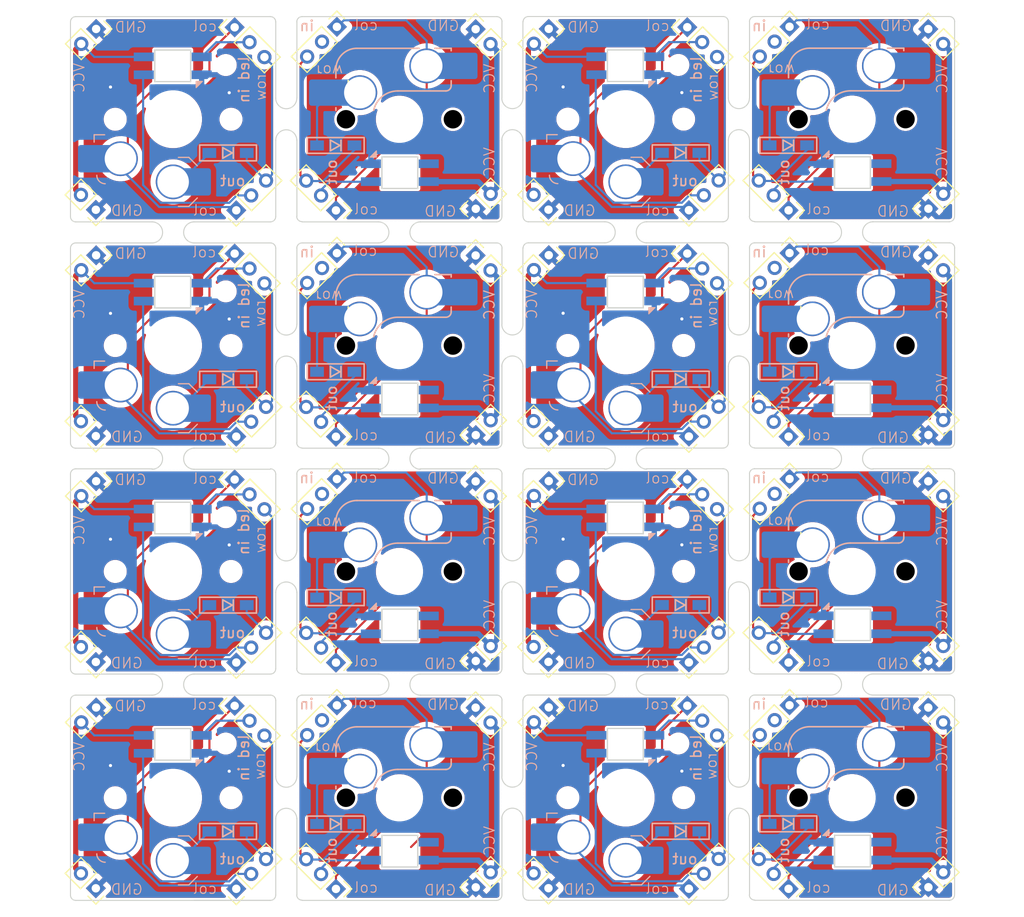
<source format=kicad_pcb>
(kicad_pcb (version 20240108) (generator "pcbnew") (generator_version "8.0")
  (layers (0 "F.Cu" signal) (31 "B.Cu" signal) (34 "B.Paste" user) (35 "F.Paste" user) (36 "B.SilkS" user "B.Silkscreen") (37 "F.SilkS" user "F.Silkscreen") (38 "B.Mask" user) (39 "F.Mask" user) (44 "Edge.Cuts" user))
  (net 0 "")
  (net 1 "row0")
  (net 2 "Net-(D1-A)")
  (net 3 "row1")
  (net 4 "Net-(D2-A)")
  (net 5 "VCC")
  (net 6 "LED1_out")
  (net 7 "GND")
  (net 8 "LED1_in")
  (net 9 "col0")
  (net 10 "col1")
  (net 11 "LED0_out")
  (net 12 "LED0_in")
  (footprint "Mouse_Bite:mouse-bite-2mm-slot" (layer "F.Cu") (at 102.56 84.39 90)
    (property "Reference" "mouse-bite-2mm-slot" (hide yes))
    (property "Value" "VAL**" (hide yes))
    (fp_arc (start -2 -1) (mid -1 0) (end -2 1) (stroke (width 0.1)) (layer "Edge.Cuts"))
    (fp_arc (start 2 1) (mid 1 0) (end 2 -1) (stroke (width 0.1)) (layer "Edge.Cuts"))
  )
  (footprint "TB2086_SMD:D3_SMD" (layer "F.Cu") (at 75.55 130.56 180)
    (property "Reference" "D1" (hide yes))
    (property "Value" "1N4148WS" (hide yes))
  )
  (footprint "Mouse_Bite:mouse-bite-2mm-slot" (layer "F.Cu") (at 124.0805 105.85 90)
    (property "Reference" "mouse-bite-2mm-slot" (hide yes))
    (property "Value" "VAL**" (hide yes))
    (fp_arc (start -2 -1) (mid -1 0) (end -2 1) (stroke (width 0.1)) (layer "Edge.Cuts"))
    (fp_arc (start 2 1) (mid 1 0) (end 2 -1) (stroke (width 0.1)) (layer "Edge.Cuts"))
  )
  (footprint "TB2086_KEYSWITCH:SW_MX_HS_1u" (layer "F.Cu") (at 91.8305 62.9)
    (property "Reference" "SW2")
    (property "Value" "SW_MX_HS" (hide yes))
  )
  (footprint "Mouse_Bite:mouse-bite-2mm-slot" (layer "F.Cu") (at 81.08 84.4 90)
    (property "Reference" "mouse-bite-2mm-slot" (hide yes))
    (property "Value" "VAL**" (hide yes))
    (fp_arc (start -2 -1) (mid -1 0) (end -2 1) (stroke (width 0.1)) (layer "Edge.Cuts"))
    (fp_arc (start 2 1) (mid 1 0) (end 2 -1) (stroke (width 0.1)) (layer "Edge.Cuts"))
  )
  (footprint "Connector_PinSocket_2.00mm:PinSocket_1x02_P2.00mm_Vertical" (layer "F.Cu") (at 62.99 135.96 -135)
    (property "Reference" "J10" (hide yes))
    (property "Value" "Conn_01x02_Socket")
  )
  (footprint "Connector_PinSocket_2.00mm:PinSocket_1x02_P2.00mm_Vertical" (layer "F.Cu") (at 105.9905 114.45 -135)
    (property "Reference" "J10" (hide yes))
    (property "Value" "Conn_01x02_Socket")
  )
  (footprint "Connector_PinSocket_2.00mm:PinSocket_1x02_P2.00mm_Vertical" (layer "F.Cu") (at 142.071 97.29 45)
    (property "Reference" "J4" (hide yes))
    (property "Value" "Conn_01x02_Socket")
  )
  (footprint "Mouse_Bite:mouse-bite-2mm-slot" (layer "F.Cu") (at 134.8305 116.6 180)
    (property "Reference" "mouse-bite-2mm-slot" (hide yes))
    (property "Value" "VAL**" (hide yes))
    (fp_arc (start 2 1) (mid 1 0) (end 2 -1) (stroke (width 0.1)) (layer "Edge.Cuts"))
    (fp_arc (start -2 -1) (mid -1 0) (end -2 1) (stroke (width 0.1)) (layer "Edge.Cuts"))
  )
  (footprint "Mouse_Bite:mouse-bite-2mm-slot" (layer "F.Cu") (at 91.83 73.65 180)
    (property "Reference" "mouse-bite-2mm-slot" (hide yes))
    (property "Value" "VAL**" (hide yes))
    (fp_arc (start 2 1) (mid 1 0) (end 2 -1) (stroke (width 0.1)) (layer "Edge.Cuts"))
    (fp_arc (start -2 -1) (mid -1 0) (end -2 1) (stroke (width 0.1)) (layer "Edge.Cuts"))
  )
  (footprint "Connector_PinHeader_2.00mm:PinHeader_1x03_P2.00mm_Vertical" (layer "F.Cu") (at 76.33 71.55 135)
    (property "Reference" "J2" (hide yes))
    (property "Value" "Conn_01x03_Socket")
  )
  (footprint "Connector_PinHeader_2.00mm:PinHeader_1x03_P2.00mm_Vertical" (layer "F.Cu") (at 128.801 114.51 -135)
    (property "Reference" "J5" (hide yes))
    (property "Value" "Conn_01x03_Socket")
  )
  (footprint "TB2086_LED:LED_SW_SK6812-E-rot" (layer "F.Cu") (at 113.3305 122.27 180)
    (property "Reference" "LED1" (hide yes))
    (property "Value" "SK6812MINI-E" (hide yes))
    (fp_line (start 1.738071 1.495964) (end -1.661929 1.495964) (stroke (width 0.12)) (layer "Edge.Cuts"))
    (fp_line (start 1.738071 -1.504036) (end 1.738071 1.495964) (stroke (width 0.12)) (layer "Edge.Cuts"))
    (fp_line (start -1.661929 1.495964) (end -1.661929 -1.504036) (stroke (width 0.12)) (layer "Edge.Cuts"))
    (fp_line (start -1.661929 -1.504036) (end 1.738071 -1.504036) (stroke (width 0.12)) (layer "Edge.Cuts"))
  )
  (footprint "Mouse_Bite:mouse-bite-2mm-slot" (layer "F.Cu") (at 134.8305 95.14 180)
    (property "Reference" "mouse-bite-2mm-slot" (hide yes))
    (property "Value" "VAL**" (hide yes))
    (fp_arc (start 2 1) (mid 1 0) (end 2 -1) (stroke (width 0.1)) (layer "Edge.Cuts"))
    (fp_arc (start -2 -1) (mid -1 0) (end -2 1) (stroke (width 0.1)) (layer "Edge.Cuts"))
  )
  (footprint "TB2086_SMD:D3_SMD" (layer "F.Cu") (at 118.5505 130.55 180)
    (property "Reference" "D1" (hide yes))
    (property "Value" "1N4148WS" (hide yes))
  )
  (footprint "Connector_PinHeader_2.00mm:PinHeader_1x03_P2.00mm_Vertical" (layer "F.Cu") (at 85.8905 118.58 -45)
    (property "Reference" "J6" (hide yes))
    (property "Value" "Conn_01x03_Socket")
  )
  (footprint "Connector_PinSocket_2.00mm:PinSocket_1x02_P2.00mm_Vertical" (layer "F.Cu") (at 63.017107 118.782893 -45)
    (property "Reference" "J9" (hide yes))
    (property "Value" "Conn_01x02_Socket")
  )
  (footprint "TB2086_KEYSWITCH:SW_MX_HS_1u" (layer "F.Cu") (at 91.8305 84.4)
    (property "Reference" "SW2")
    (property "Value" "SW_MX_HS" (hide yes))
  )
  (footprint "TB2086_SMD:D3_SMD" (layer "F.Cu") (at 85.778 65.39 180)
    (property "Reference" "D2" (hide yes))
    (property "Value" "1N4148WS" (hide yes))
  )
  (footprint "Connector_PinHeader_2.00mm:PinHeader_1x03_P2.00mm_Vertical" (layer "F.Cu") (at 119.176286 54.155786 45)
    (property "Reference" "J1" (hide yes))
    (property "Value" "Conn_01x03_Socket")
  )
  (footprint "Mouse_Bite:mouse-bite-2mm-slot" (layer "F.Cu") (at 124.0805 62.89 90)
    (property "Reference" "mouse-bite-2mm-slot" (hide yes))
    (property "Value" "VAL**" (hide yes))
    (fp_arc (start -2 -1) (mid -1 0) (end -2 1) (stroke (width 0.1)) (layer "Edge.Cuts"))
    (fp_arc (start 2 1) (mid 1 0) (end 2 -1) (stroke (width 0.1)) (layer "Edge.Cuts"))
  )
  (footprint "TB2086_LED:LED_SW_SK6812-E-rot" (layer "F.Cu") (at 70.33 100.78 180)
    (property "Reference" "LED1" (hide yes))
    (property "Value" "SK6812MINI-E" (hide yes))
    (fp_line (start 1.738071 1.495964) (end -1.661929 1.495964) (stroke (width 0.12)) (layer "Edge.Cuts"))
    (fp_line (start 1.738071 -1.504036) (end 1.738071 1.495964) (stroke (width 0.12)) (layer "Edge.Cuts"))
    (fp_line (start -1.661929 1.495964) (end -1.661929 -1.504036) (stroke (width 0.12)) (layer "Edge.Cuts"))
    (fp_line (start -1.661929 -1.504036) (end 1.738071 -1.504036) (stroke (width 0.12)) (layer "Edge.Cuts"))
  )
  (footprint "Connector_PinHeader_2.00mm:PinHeader_1x03_P2.00mm_Vertical" (layer "F.Cu") (at 76.33 114.51 135)
    (property "Reference" "J2" (hide yes))
    (property "Value" "Conn_01x03_Socket")
  )
  (footprint "TB2086_KEYSWITCH:SW_choc_v1_v2_HS_1u" (layer "F.Cu") (at 70.33 62.9)
    (property "Reference" "SW1" (hide yes))
    (property "Value" "SW_CHOC_HS" (hide yes))
  )
  (footprint "Connector_PinSocket_2.00mm:PinSocket_1x02_P2.00mm_Vertical" (layer "F.Cu") (at 105.9905 71.49 -135)
    (property "Reference" "J10" (hide yes))
    (property "Value" "Conn_01x02_Socket")
  )
  (footprint "Mouse_Bite:mouse-bite-2mm-slot" (layer "F.Cu") (at 81.08 105.86 90)
    (property "Reference" "mouse-bite-2mm-slot" (hide yes))
    (property "Value" "VAL**" (hide yes))
    (fp_arc (start -2 -1) (mid -1 0) (end -2 1) (stroke (width 0.1)) (layer "Edge.Cuts"))
    (fp_arc (start 2 1) (mid 1 0) (end 2 -1) (stroke (width 0.1)) (layer "Edge.Cuts"))
  )
  (footprint "Connector_PinHeader_2.00mm:PinHeader_1x03_P2.00mm_Vertical" (layer "F.Cu") (at 85.8905 54.12 -45)
    (property "Reference" "J6" (hide yes))
    (property "Value" "Conn_01x03_Socket")
  )
  (footprint "Connector_PinSocket_2.00mm:PinSocket_1x02_P2.00mm_Vertical" (layer "F.Cu") (at 62.99 93 -135)
    (property "Reference" "J10" (hide yes))
    (property "Value" "Conn_01x02_Socket")
  )
  (footprint "TB2086_SMD:D3_SMD" (layer "F.Cu") (at 75.55 87.6 180)
    (property "Reference" "D1" (hide yes))
    (property "Value" "1N4148WS" (hide yes))
  )
  (footprint "Connector_PinHeader_2.00mm:PinHeader_1x03_P2.00mm_Vertical" (layer "F.Cu") (at 128.891 54.11 -45)
    (property "Reference" "J6" (hide yes))
    (property "Value" "Conn_01x03_Socket")
  )
  (footprint "Connector_PinHeader_2.00mm:PinHeader_1x03_P2.00mm_Vertical" (layer "F.Cu") (at 119.176286 118.615786 45)
    (property "Reference" "J1" (hide yes))
    (property "Value" "Conn_01x03_Socket")
  )
  (footprint "Connector_PinHeader_2.00mm:PinHeader_1x03_P2.00mm_Vertical" (layer "F.Cu") (at 76.175786 54.165786 45)
    (property "Reference" "J1" (hide yes))
    (property "Value" "Conn_01x03_Socket")
  )
  (footprint "TB2086_SMD:D3_SMD" (layer "F.Cu") (at 128.7785 129.84 180)
    (property "Reference" "D2" (hide yes))
    (property "Value" "1N4148WS" (hide yes))
  )
  (footprint "Connector_PinHeader_2.00mm:PinHeader_1x03_P2.00mm_Vertical" (layer "F.Cu") (at 119.176286 75.655786 45)
    (property "Reference" "J1" (hide yes))
    (property "Value" "Conn_01x03_Socket")
  )
  (footprint "TB2086_KEYSWITCH:SW_MX_HS_1u" (layer "F.Cu") (at 134.831 127.35)
    (property "Reference" "SW2")
    (property "Value" "SW_MX_HS" (hide yes))
  )
  (footprint "Connector_PinSocket_2.00mm:PinSocket_1x02_P2.00mm_Vertical" (layer "F.Cu") (at 106.017607 97.272893 -45)
    (property "Reference" "J9" (hide yes))
    (property "Value" "Conn_01x02_Socket")
  )
  (footprint "Connector_PinHeader_2.00mm:PinHeader_1x03_P2.00mm_Vertical" (layer "F.Cu") (at 119.3305 136 135)
    (property "Reference" "J2" (hide yes))
    (property "Value" "Conn_01x03_Socket")
  )
  (footprint "Connector_PinSocket_2.00mm:PinSocket_1x02_P2.00mm_Vertical" (layer "F.Cu") (at 106.017607 54.312893 -45)
    (property "Reference" "J9" (hide yes))
    (property "Value" "Conn_01x02_Socket")
  )
  (footprint "Connector_PinHeader_2.00mm:PinHeader_1x03_P2.00mm_Vertical" (layer "F.Cu") (at 128.891 118.57 -45)
    (property "Reference" "J6" (hide yes))
    (property "Value" "Conn_01x03_Socket")
  )
  (footprint "Connector_PinHeader_2.00mm:PinHeader_1x03_P2.00mm_Vertical" (layer "F.Cu") (at 85.8005 71.56 -135)
    (property "Reference" "J5" (hide yes))
    (property "Value" "Conn_01x03_Socket")
  )
  (footprint "Mouse_Bite:mouse-bite-2mm-slot" (layer "F.Cu") (at 70.33 116.61 180)
    (property "Reference" "mouse-bite-2mm-slot" (hide yes))
    (property "Value" "VAL**" (hide yes))
    (fp_arc (start 2 1) (mid 1 0) (end 2 -1) (stroke (width 0.1)) (layer "Edge.Cuts"))
    (fp_arc (start -2 -1) (mid -1 0) (end -2 1) (stroke (width 0.1)) (layer "Edge.Cuts"))
  )
  (footprint "TB2086_LED:LED_SW_SK6812-E-rot" (layer "F.Cu") (at 113.3305 57.81 180)
    (property "Reference" "LED1" (hide yes))
    (property "Value" "SK6812MINI-E" (hide yes))
    (fp_line (start 1.738071 1.495964) (end -1.661929 1.495964) (stroke (width 0.12)) (layer "Edge.Cuts"))
    (fp_line (start 1.738071 -1.504036) (end 1.738071 1.495964) (stroke (width 0.12)) (layer "Edge.Cuts"))
    (fp_line (start -1.661929 1.495964) (end -1.661929 -1.504036) (stroke (width 0.12)) (layer "Edge.Cuts"))
    (fp_line (start -1.661929 -1.504036) (end 1.738071 -1.504036) (stroke (width 0.12)) (layer "Edge.Cuts"))
  )
  (footprint "Connector_PinSocket_2.00mm:PinSocket_1x02_P2.00mm_Vertical" (layer "F.Cu") (at 63.017107 97.282893 -45)
    (property "Reference" "J9" (hide yes))
    (property "Value" "Conn_01x02_Socket")
  )
  (footprint "TB2086_LED:LED_SW_SK6812-E-rot" (layer "F.Cu") (at 134.831 89.47)
    (property "Reference" "LED2" (hide yes))
    (property "Value" "SK6812MINI-E" (hide yes))
    (fp_line (start -1.661929 -1.504036) (end 1.738071 -1.504036) (stroke (width 0.12)) (layer "Edge.Cuts"))
    (fp_line (start -1.661929 1.495964) (end -1.661929 -1.504036) (stroke (width 0.12)) (layer "Edge.Cuts"))
    (fp_line (start 1.738071 -1.504036) (end 1.738071 1.495964) (stroke (width 0.12)) (layer "Edge.Cuts"))
    (fp_line (start 1.738071 1.495964) (end -1.661929 1.495964) (stroke (width 0.12)) (layer "Edge.Cuts"))
  )
  (footprint "Connector_PinSocket_2.00mm:PinSocket_1x02_P2.00mm_Vertical" (layer "F.Cu") (at 99.083393 92.907107 135)
    (property "Reference" "J3" (hide yes))
    (property "Value" "Conn_01x02_Socket")
  )
  (footprint "Connector_PinSocket_2.00mm:PinSocket_1x02_P2.00mm_Vertical" (layer "F.Cu") (at 142.083893 71.397107 135)
    (property "Reference" "J3" (hide yes))
    (property "Value" "Conn_01x02_Socket")
  )
  (footprint "Connector_PinHeader_2.00mm:PinHeader_1x03_P2.00mm_Vertical" (layer "F.Cu") (at 85.8905 75.62 -45)
    (property "Reference" "J6" (hide yes))
    (property "Value" "Conn_01x03_Socket")
  )
  (footprint "Connector_PinHeader_2.00mm:PinHeader_1x03_P2.00mm_Vertical" (layer "F.Cu") (at 128.891 75.61 -45)
    (property "Reference" "J6" (hide yes))
    (property "Value" "Conn_01x03_Socket")
  )
  (footprint "TB2086_SMD:D3_SMD" (layer "F.Cu") (at 128.7785 65.38 180)
    (property "Reference" "D2" (hide yes))
    (property "Value" "1N4148WS" (hide yes))
  )
  (footprint "TB2086_KEYSWITCH:SW_MX_HS_1u" (layer "F.Cu") (at 134.831 105.85)
    (property "Reference" "SW2")
    (property "Value" "SW_MX_HS" (hide yes))
  )
  (footprint "TB2086_SMD:D3_SMD" (layer "F.Cu") (at 85.778 129.85 180)
    (property "Reference" "D2" (hide yes))
    (property "Value" "1N4148WS" (hide yes))
  )
  (footprint "TB2086_SMD:D3_SMD" (layer "F.Cu") (at 128.7785 108.34 180)
    (property "Reference" "D2" (hide yes))
    (property "Value" "1N4148WS" (hide yes))
  )
  (footprint "TB2086_SMD:D3_SMD" (layer "F.Cu") (at 128.7785 86.88 180)
    (property "Reference" "D2" (hide yes))
    (property "Value" "1N4148WS" (hide yes))
  )
  (footprint "Connector_PinHeader_2.00mm:PinHeader_1x03_P2.00mm_Vertical" (layer "F.Cu") (at 76.175786 75.665786 45)
    (property "Reference" "J1" (hide yes))
    (property "Value" "Conn_01x03_Socket")
  )
  (footprint "TB2086_LED:LED_SW_SK6812-E-rot" (layer "F.Cu") (at 134.831 110.93)
    (property "Reference" "LED2" (hide yes))
    (property "Value" "SK6812MINI-E" (hide yes))
    (fp_line (start -1.661929 -1.504036) (end 1.738071 -1.504036) (stroke (width 0.12)) (layer "Edge.Cuts"))
    (fp_line (start -1.661929 1.495964) (end -1.661929 -1.504036) (stroke (width 0.12)) (layer "Edge.Cuts"))
    (fp_line (start 1.738071 -1.504036) (end 1.738071 1.495964) (stroke (width 0.12)) (layer "Edge.Cuts"))
    (fp_line (start 1.738071 1.495964) (end -1.661929 1.495964) (stroke (width 0.12)) (layer "Edge.Cuts"))
  )
  (footprint "Connector_PinSocket_2.00mm:PinSocket_1x02_P2.00mm_Vertical" (layer "F.Cu") (at 99.083393 114.367107 135)
    (property "Reference" "J3" (hide yes))
    (property "Value" "Conn_01x02_Socket")
  )
  (footprint "Connector_PinSocket_2.00mm:PinSocket_1x02_P2.00mm_Vertical" (layer "F.Cu") (at 142.083893 135.857107 135)
    (property "Reference" "J3" (hide yes))
    (property "Value" "Conn_01x02_Socket")
  )
  (footprint "Connector_PinSocket_2.00mm:PinSocket_1x02_P2.00mm_Vertical" (layer "F.Cu") (at 142.071 118.79 45)
    (property "Reference" "J4" (hide yes))
    (property "Value" "Conn_01x02_Socket")
  )
  (footprint "TB2086_LED:LED_SW_SK6812-E-rot" (layer "F.Cu") (at 113.3305 79.31 180)
    (property "Reference" "LED1" (hide yes))
    (property "Value" "SK6812MINI-E" (hide yes))
    (fp_line (start 1.738071 1.495964) (end -1.661929 1.495964) (stroke (width 0.12)) (layer "Edge.Cuts"))
    (fp_line (start 1.738071 -1.504036) (end 1.738071 1.495964) (stroke (width 0.12)) (layer "Edge.Cuts"))
    (fp_line (start -1.661929 1.495964) (end -1.661929 -1.504036) (stroke (width 0.12)) (layer "Edge.Cuts"))
    (fp_line (start -1.661929 -1.504036) (end 1.738071 -1.504036) (stroke (width 0.12)) (layer "Edge.Cuts"))
  )
  (footprint "TB2086_LED:LED_SW_SK6812-E-rot" (layer "F.Cu") (at 91.8305 110.94)
    (property "Reference" "LED2" (hide yes))
    (property "Value" "SK6812MINI-E" (hide yes))
    (fp_line (start -1.661929 -1.504036) (end 1.738071 -1.504036) (stroke (width 0.12)) (layer "Edge.Cuts"))
    (fp_line (start -1.661929 1.495964) (end -1.661929 -1.504036) (stroke (width 0.12)) (layer "Edge.Cuts"))
    (fp_line (start 1.738071 -1.504036) (end 1.738071 1.495964) (stroke (width 0.12)) (layer "Edge.Cuts"))
    (fp_line (start 1.738071 1.495964) (end -1.661929 1.495964) (stroke (width 0.12)) (layer "Edge.Cuts"))
  )
  (footprint "Mouse_Bite:mouse-bite-2mm-slot" (layer "F.Cu") (at 113.3305 95.14 180)
    (property "Reference" "mouse-bite-2mm-slot" (hide yes))
    (property "Value" "VAL**" (hide yes))
    (fp_arc (start 2 1) (mid 1 0) (end 2 -1) (stroke (width 0.1)) (layer "Edge.Cuts"))
    (fp_arc (start -2 -1) (mid -1 0) (end -2 1) (stroke (width 0.1)) (layer "Edge.Cuts"))
  )
  (footprint "Mouse_Bite:mouse-bite-2mm-slot" (layer "F.Cu") (at 81.08 62.9 90)
    (property "Reference" "mouse-bite-2mm-slot" (hide yes))
    (property "Value" "VAL**" (hide yes))
    (fp_arc (start -2 -1) (mid -1 0) (end -2 1) (stroke (width 0.1)) (layer "Edge.Cuts"))
    (fp_arc (start 2 1) (mid 1 0) (end 2 -1) (stroke (width 0.1)) (layer "Edge.Cuts"))
  )
  (footprint "Connector_PinHeader_2.00mm:PinHeader_1x03_P2.00mm_Vertical" (layer "F.Cu") (at 85.8005 136.02 -135)
    (property "Reference" "J5" (hide yes))
    (property "Value" "Conn_01x03_Socket")
  )
  (footprint "Connector_PinHeader_2.00mm:PinHeader_1x03_P2.00mm_Vertical" (layer "F.Cu") (at 85.8005 93.06 -135)
    (property "Reference" "J5" (hide yes))
    (property "Value" "Conn_01x03_Socket")
  )
  (footprint "TB2086_KEYSWITCH:SW_choc_v1_v2_HS_1u" (layer "F.Cu") (at 113.3305 84.39)
    (property "Reference" "SW1" (hide yes))
    (property "Value" "SW_CHOC_HS" (hide yes))
  )
  (footprint "Connector_PinSocket_2.00mm:PinSocket_1x02_P2.00mm_Vertical" (layer "F.Cu") (at 62.99 114.46 -135)
    (property "Reference" "J10" (hide yes))
    (property "Value" "Conn_01x02_Socket")
  )
  (footprint "Connector_PinHeader_2.00mm:PinHeader_1x03_P2.00mm_Vertical" (layer "F.Cu") (at 128.891 97.07 -45)
    (property "Reference" "J6" (hide yes))
    (property "Value" "Conn_01x03_Socket")
  )
  (footprint "Mouse_Bite:mouse-bite-2mm-slot" (layer "F.Cu") (at 91.83 95.15 180)
    (property "Reference" "mouse-bite-2mm-slot" (hide yes))
    (property "Value" "VAL**" (hide yes))
    (fp_arc (start 2 1) (mid 1 0) (end 2 -1) (stroke (width 0.1)) (layer "Edge.Cuts"))
    (fp_arc (start -2 -1) (mid -1 0) (end -2 1) (stroke (width 0.1)) (layer "Edge.Cuts"))
  )
  (footprint "Connector_PinSocket_2.00mm:PinSocket_1x02_P2.00mm_Vertical" (layer "F.Cu") (at 99.0705 54.34 45)
    (property "Reference" "J4" (hide yes))
    (property "Value" "Conn_01x02_Socket")
  )
  (footprint "Mouse_Bite:mouse-bite-2mm-slot" (layer "F.Cu") (at 70.33 95.15 180)
    (property "Reference" "mouse-bite-2mm-slot" (hide yes))
    (property "Value" "VAL**" (hide yes))
    (fp_arc (start 2 1) (mid 1 0) (end 2 -1) (stroke (width 0.1)) (layer "Edge.Cuts"))
    (fp_arc (start -2 -1) (mid -1 0) (end -2 1) (stroke (width 0.1)) (layer "Edge.Cuts"))
  )
  (footprint "Connector_PinSocket_2.00mm:PinSocket_1x02_P2.00mm_Vertical" (layer "F.Cu") (at 63.017107 75.822893 -45)
    (property "Reference" "J9" (hide yes))
    (property "Value" "Conn_01x02_Socket")
  )
  (footprint "Connector_PinSocket_2.00mm:PinSocket_1x02_P2.00mm_Vertical" (layer "F.Cu") (at 142.071 75.83 45)
    (property "Reference" "J4" (hide yes))
    (property "Value" "Conn_01x02_Socket")
  )
  (footprint "Connector_PinHeader_2.00mm:PinHeader_1x03_P2.00mm_Vertical" (layer "F.Cu") (at 85.8005 114.52 -135)
    (property "Reference" "J5" (hide yes))
    (property "Value" "Conn_01x03_Socket")
  )
  (footprint "Mouse_Bite:mouse-bite-2mm-slot" (layer "F.Cu") (at 102.56 62.89 90)
    (property "Reference" "mouse-bite-2mm-slot" (hide yes))
    (property "Value" "VAL**" (hide yes))
    (fp_arc (start -2 -1) (mid -1 0) (end -2 1) (stroke (width 0.1)) (layer "Edge.Cuts"))
    (fp_arc (start 2 1) (mid 1 0) (end 2 -1) (stroke (width 0.1)) (layer "Edge.Cuts"))
  )
  (footprint "TB2086_LED:LED_SW_SK6812-E-rot" (layer "F.Cu") (at 70.33 79.32 180)
    (property "Reference" "LED1" (hide yes))
    (property "Value" "SK6812MINI-E" (hide yes))
    (fp_line (start 1.738071 1.495964) (end -1.661929 1.495964) (stroke (width 0.12)) (layer "Edge.Cuts"))
    (fp_line (start 1.738071 -1.504036) (end 1.738071 1.495964) (stroke (width 0.12)) (layer "Edge.Cuts"))
    (fp_line (start -1.661929 1.495964) (end -1.661929 -1.504036) (stroke (width 0.12)) (layer "Edge.Cuts"))
    (fp_line (start -1.661929 -1.504036) (end 1.738071 -1.504036) (stroke (width 0.12)) (layer "Edge.Cuts"))
  )
  (footprint "TB2086_SMD:D3_SMD" (layer "F.Cu") (at 85.778 86.89 180)
    (property "Reference" "D2" (hide yes))
    (property "Value" "1N4148WS" (hide yes))
  )
  (footprint "Connector_PinSocket_2.00mm:PinSocket_1x02_P2.00mm_Vertical" (layer "F.Cu") (at 99.083393 135.867107 135)
    (property "Reference" "J3" (hide yes))
    (property "Value" "Conn_01x02_Socket")
  )
  (footprint "TB2086_SMD:D3_SMD" (layer "F.Cu") (at 75.55 109.06 180)
    (property "Reference" "D1" (hide yes))
    (property "Value" "1N4148WS" (hide yes))
  )
  (footprint "Connector_PinSocket_2.00mm:PinSocket_1x02_P2.00mm_Vertical" (layer "F.Cu") (at 105.9905 135.95 -135)
    (property "Reference" "J10" (hide yes))
    (property "Value" "Conn_01x02_Socket")
  )
  (footprint "TB2086_KEYSWITCH:SW_MX_HS_1u" (layer "F.Cu") (at 134.831 62.89)
    (property "Reference" "SW2")
    (property "Value" "SW_MX_HS" (hide yes))
  )
  (footprint "TB2086_LED:LED_SW_SK6812-E-rot" (layer "F.Cu") (at 91.8305 132.44)
    (property "Reference" "LED2" (hide yes))
    (property "Value" "SK6812MINI-E" (hide yes))
    (fp_line (start -1.661929 -1.504036) (end 1.738071 -1.504036) (stroke (width 0.12)) (layer "Edge.Cuts"))
    (fp_line (start -1.661929 1.495964) (end -1.661929 -1.504036) (stroke (width 0.12)) (layer "Edge.Cuts"))
    (fp_line (start 1.738071 -1.504036) (end 1.738071 1.495964) (stroke (width 0.12)) (layer "Edge.Cuts"))
    (fp_line (start 1.738071 1.495964) (end -1.661929 1.495964) (stroke (width 0.12)) (layer "Edge.Cuts"))
  )
  (footprint "Connector_PinSocket_2.00mm:PinSocket_1x02_P2.00mm_Vertical" (layer "F.Cu") (at 142.083893 114.357107 135)
    (property "Reference" "J3" (hide yes))
    (property "Value" "Conn_01x02_Socket")
  )
  (footprint "Mouse_Bite:mouse-bite-2mm-slot" (layer "F.Cu") (at 124.0805 84.39 90)
    (property "Reference" "mouse-bite-2mm-slot" (hide yes))
    (property "Value" "VAL**" (hide yes))
    (fp_arc (start -2 -1) (mid -1 0) (end -2 1) (stroke (width 0.1)) (layer "Edge.Cuts"))
    (fp_arc (start 2 1) (mid 1 0) (end 2 -1) (stroke (width 0.1)) (layer "Edge.Cuts"))
  )
  (footprint "TB2086_KEYSWITCH:SW_choc_v1_v2_HS_1u" (layer "F.Cu") (at 113.3305 127.35)
    (property "Reference" "SW1" (hide yes))
    (property "Value" "SW_CHOC_HS" (hide yes))
  )
  (footprint "Connector_PinSocket_2.00mm:PinSocket_1x02_P2.00mm_Vertical" (layer "F.Cu") (at 99.0705 118.8 45)
    (property "Reference" "J4" (hide yes))
    (property "Value" "Conn_01x02_Socket")
  )
  (footprint "Mouse_Bite:mouse-bite-2mm-slot" (layer "F.Cu") (at 102.56 127.35 90)
    (property "Reference" "mouse-bite-2mm-slot" (hide yes))
    (property "Value" "VAL**" (hide yes))
    (fp_arc (start -2 -1) (mid -1 0) (end -2 1) (stroke (width 0.1)) (layer "Edge.Cuts"))
    (fp_arc (start 2 1) (mid 1 0) (end 2 -1) (stroke (width 0.1)) (layer "Edge.Cuts"))
  )
  (footprint "TB2086_KEYSWITCH:SW_MX_HS_1u" (layer "F.Cu") (at 91.8305 127.36)
    (property "Reference" "SW2")
    (property "Value" "SW_MX_HS" (hide yes))
  )
  (footprint "Mouse_Bite:mouse-bite-2mm-slot" (layer "F.Cu") (at 102.56 105.85 90)
    (property "Reference" "mouse-bite-2mm-slot" (hide yes))
    (property "Value" "VAL**" (hide yes))
    (fp_arc (start -2 -1) (mid -1 0) (end -2 1) (stroke (width 0.1)) (layer "Edge.Cuts"))
    (fp_arc (start 2 1) (mid 1 0) (end 2 -1) (stroke (width 0.1)) (layer "Edge.Cuts"))
  )
  (footprint "TB2086_LED:LED_SW_SK6812-E-rot" (layer "F.Cu") (at 91.8305 67.98)
    (property "Reference" "LED2" (hide yes))
    (property "Value" "SK6812MINI-E" (hide yes))
    (fp_line (start -1.661929 -1.504036) (end 1.738071 -1.504036) (stroke (width 0.12)) (layer "Edge.Cuts"))
    (fp_line (start -1.661929 1.495964) (end -1.661929 -1.504036) (stroke (width 0.12)) (layer "Edge.Cuts"))
    (fp_line (start 1.738071 -1.504036) (end 1.738071 1.495964) (stroke (width 0.12)) (layer "Edge.Cuts"))
    (fp_line (start 1.738071 1.495964) (end -1.661929 1.495964) (stroke (width 0.12)) (layer "Edge.Cuts"))
  )
  (footprint "TB2086_KEYSWITCH:SW_choc_v1_v2_HS_1u" (layer "F.Cu") (at 113.3305 105.85)
    (property "Reference" "SW1" (hide yes))
    (property "Value" "SW_CHOC_HS" (hide yes))
  )
  (footprint "TB2086_LED:LED_SW_SK6812-E-rot" (layer "F.Cu") (at 134.831 67.97)
    (property "Reference" "LED2" (hide yes))
    (property "Value" "SK6812MINI-E" (hide yes))
    (fp_line (start -1.661929 -1.504036) (end 1.738071 -1.504036) (stroke (width 0.12)) (layer "Edge.Cuts"))
    (fp_line (start -1.661929 1.495964) (end -1.661929 -1.504036) (stroke (width 0.12)) (layer "Edge.Cuts"))
    (fp_line (start 1.738071 -1.504036) (end 1.738071 1.495964) (stroke (width 0.12)) (layer "Edge.Cuts"))
    (fp_line (start 1.738071 1.495964) (end -1.661929 1.495964) (stroke (width 0.12)) (layer "Edge.Cuts"))
  )
  (footprint "Connector_PinHeader_2.00mm:PinHeader_1x03_P2.00mm_Vertical" (layer "F.Cu") (at 128.801 136.01 -135)
    (property "Reference" "J5" (hide yes))
    (property "Value" "Conn_01x03_Socket")
  )
  (footprint "Mouse_Bite:mouse-bite-2mm-slot" (layer "F.Cu") (at 70.33 73.65 180)
    (property "Reference" "mouse-bite-2mm-slot" (hide yes))
    (property "Value" "VAL**" (hide yes))
    (fp_arc (start 2 1) (mid 1 0) (end 2 -1) (stroke (width 0.1)) (layer "Edge.Cuts"))
    (fp_arc (start -2 -1) (mid -1 0) (end -2 1) (stroke (width 0.1)) (layer "Edge.Cuts"))
  )
  (footprint "TB2086_KEYSWITCH:SW_choc_v1_v2_HS_1u" (layer "F.Cu") (at 70.33 105.86)
    (property "Reference" "SW1" (hide yes))
    (property "Value" "SW_CHOC_HS" (hide yes))
  )
  (footprint "TB2086_SMD:D3_SMD" (layer "F.Cu") (at 118.5505 66.09 180)
    (property "Reference" "D1" (hide yes))
    (property "Value" "1N4148WS" (hide yes))
  )
  (footprint "Connector_PinHeader_2.00mm:PinHeader_1x03_P2.00mm_Vertical" (layer "F.Cu") (at 76.33 136.01 135)
    (property "Reference" "J2" (hide yes))
    (property "Value" "Conn_01x03_Socket")
  )
  (footprint "Mouse_Bite:mouse-bite-2mm-slot" (layer "F.Cu") (at 124.0805 127.35 90)
    (property "Reference" "mouse-bite-2mm-slot" (hide yes))
    (property "Value" "VAL**" (hide yes))
    (fp_arc (start -2 -1) (mid -1 0) (end -2 1) (stroke (width 0.1)) (layer "Edge.Cuts"))
    (fp_arc (start 2 1) (mid 1 0) (end 2 -1) (stroke (width 0.1)) (layer "Edge.Cuts"))
  )
  (footprint "TB2086_LED:LED_SW_SK6812-E-rot" (layer "F.Cu") (at 113.3305 100.77 180)
    (property "Reference" "LED1" (hide yes))
    (property "Value" "SK6812MINI-E" (hide yes))
    (fp_line (start 1.738071 1.495964) (end -1.661929 1.495964) (stroke (width 0.12)) (layer "Edge.Cuts"))
    (fp_line (start 1.738071 -1.504036) (end 1.738071 1.495964) (stroke (width 0.12)) (layer "Edge.Cuts"))
    (fp_line (start -1.661929 1.495964) (end -1.661929 -1.504036) (stroke (width 0.12)) (layer "Edge.Cuts"))
    (fp_line (start -1.661929 -1.504036) (end 1.738071 -1.504036) (stroke (width 0.12)) (layer "Edge.Cuts"))
  )
  (footprint "Mouse_Bite:mouse-bite-2mm-slot" (layer "F.Cu") (at 91.83 116.61 180)
    (property "Reference" "mouse-bite-2mm-slot" (hide yes))
    (property "Value" "VAL**" (hide yes))
    (fp_arc (start 2 1) (mid 1 0) (end 2 -1) (stroke (width 0.1)) (layer "Edge.Cuts"))
    (fp_arc (start -2 -1) (mid -1 0) (end -2 1) (stroke (width 0.1)) (layer "Edge.Cuts"))
  )
  (footprint "Mouse_Bite:mouse-bite-2mm-slot" (layer "F.Cu") (at 134.8305 73.64 180)
    (property "Reference" "mouse-bite-2mm-slot" (hide yes))
    (property "Value" "VAL**" (hide yes))
    (fp_arc (start 2 1) (mid 1 0) (end 2 -1) (stroke (width 0.1)) (layer "Edge.Cuts"))
    (fp_arc (start -2 -1) (mid -1 0) (end -2 1) (stroke (width 0.1)) (layer "Edge.Cuts"))
  )
  (footprint "TB2086_LED:LED_SW_SK6812-E-rot" (layer "F.Cu") (at 70.33 57.82 180)
    (property "Reference" "LED1" (hide yes))
    (property "Value" "SK6812MINI-E" (hide yes))
    (fp_line (start 1.738071 1.495964) (end -1.661929 1.495964) (stroke (width 0.12)) (layer "Edge.Cuts"))
    (fp_line (start 1.738071 -1.504036) (end 1.738071 1.495964) (stroke (width 0.12)) (layer "Edge.Cuts"))
    (fp_line (start -1.661929 1.495964) (end -1.661929 -1.504036) (stroke (width 0.12)) (layer "Edge.Cuts"))
    (fp_line (start -1.661929 -1.504036) (end 1.738071 -1.504036) (stroke (width 0.12)) (layer "Edge.Cuts"))
  )
  (footprint "Connector_PinHeader_2.00mm:PinHeader_1x03_P2.00mm_Vertical" (layer "F.Cu") (at 85.8905 97.08 -45)
    (property "Reference" "J6" (hide yes))
    (property "Value" "Conn_01x03_Socket")
  )
  (footprint "Mouse_Bite:mouse-bite-2mm-slot" (layer "F.Cu") (at 113.3305 116.6 180)
    (property "Reference" "mouse-bite-2mm-slot" (hide yes))
    (property "Value" "VAL**" (hide yes))
    (fp_arc (start 2 1) (mid 1 0) (end 2 -1) (stroke (width 0.1)) (layer "Edge.Cuts"))
    (fp_arc (start -2 -1) (mid -1 0) (end -2 1) (stroke (width 0.1)) (layer "Edge.Cuts"))
  )
  (footprint "Connector_PinSocket_2.00mm:PinSocket_1x02_P2.00mm_Vertical" (layer "F.Cu") (at 99.083393 71.407107 135)
    (property "Reference" "J3" (hide yes))
    (property "Value" "Conn_01x02_Socket")
  )
  (footprint "Connector_PinSocket_2.00mm:PinSocket_1x02_P2.00mm_Vertical" (layer "F.Cu") (at 105.9905 92.99 -135)
    (property "Reference" "J10" (hide yes))
    (property "Value" "Conn_01x02_Socket")
  )
  (footprint "Connector_PinSocket_2.00mm:PinSocket_1x02_P2.00mm_Vertical" (layer "F.Cu") (at 142.071 54.33 45)
    (property "Reference" "J4" (hide yes))
    (property "Value" "Conn_01x02_Socket")
  )
  (footprint "TB2086_KEYSWITCH:SW_choc_v1_v2_HS_1u" (layer "F.Cu") (at 113.3305 62.89)
    (property "Reference" "SW1" (hide yes))
    (property "Value" "SW_CHOC_HS" (hide yes))
  )
  (footprint "Connector_PinHeader_2.00mm:PinHeader_1x03_P2.00mm_Vertical" (layer "F.Cu") (at 119.176286 97.115786 45)
    (property "Reference" "J1" (hide yes))
    (property "Value" "Conn_01x03_Socket")
  )
  (footprint "TB2086_LED:LED_SW_SK6812-E-rot" (layer "F.Cu") (at 70.33 122.28 180)
    (property "Reference" "LED1" (hide yes))
    (property "Value" "SK6812MINI-E" (hide yes))
    (fp_line (start 1.738071 1.495964) (end -1.661929 1.495964) (stroke (width 0.12)) (layer "Edge.Cuts"))
    (fp_line (start 1.738071 -1.504036) (end 1.738071 1.495964) (stroke (width 0.12)) (layer "Edge.Cuts"))
    (fp_line (start -1.661929 1.495964) (end -1.661929 -1.504036) (stroke (width 0.12)) (layer "Edge.Cuts"))
    (fp_line (start -1.661929 -1.504036) (end 1.738071 -1.504036) (stroke (width 0.12)) (layer "Edge.Cuts"))
  )
  (footprint "Connector_PinSocket_2.00mm:PinSocket_1x02_P2.00mm_Vertical" (layer "F.Cu") (at 99.0705 97.3 45)
    (property "Reference" "J4" (hide yes))
    (property "Value" "Conn_01x02_Socket")
  )
  (footprint "Connector_PinHeader_2.00mm:PinHeader_1x03_P2.00mm_Vertical" (layer "F.Cu") (at 119.3305 71.54 135)
    (property "Reference" "J2" (hide yes))
    (property "Value" "Conn_01x03_Socket")
  )
  (footprint "Connector_PinHeader_2.00mm:PinHeader_1x03_P2.00mm_Vertical" (layer "F.Cu") (at 76.33 93.05 135)
    (property "Reference" "J2" (hide yes))
    (property "Value" "Conn_01x03_Socket")
  )
  (footprint "Connector_PinHeader_2.00mm:PinHeader_1x03_P2.00mm_Vertical" (layer "F.Cu") (at 128.801 93.05 -135)
    (property "Reference" "J5" (hide yes))
    (property "Value" "Conn_01x03_Socket")
  )
  (footprint "TB2086_KEYSWITCH:SW_MX_HS_1u" (layer "F.Cu") (at 134.831 84.39)
    (property "Reference" "SW2")
    (property "Value" "SW_MX_HS" (hide yes))
  )
  (footprint "Connector_PinHeader_2.00mm:PinHeader_1x03_P2.00mm_Vertical" (layer "F.Cu") (at 119.3305 114.5 135)
    (property "Reference" "J2" (hide yes))
    (property "Value" "Conn_01x03_Socket")
  )
  (footprint "TB2086_KEYSWITCH:SW_MX_HS_1u" (layer "F.Cu") (at 91.8305 105.86)
    (property "Reference" "SW2")
    (property "Value" "SW_MX_HS" (hide yes))
  )
  (footprint "Connector_PinSocket_2.00mm:PinSocket_1x02_P2.00mm_Vertical" (layer "F.Cu") (at 106.017607 75.812893 -45)
    (property "Reference" "J9" (hide yes))
    (property "Value" "Conn_01x02_Socket")
  )
  (footprint "Connector_PinSocket_2.00mm:PinSocket_1x02_P2.00mm_Vertical" (layer "F.Cu") (at 106.017607 118.772893 -45)
    (property "Reference" "J9" (hide yes))
    (property "Value" "Conn_01x02_Socket")
  )
  (footprint "TB2086_LED:LED_SW_SK6812-E-rot" (layer "F.Cu") (at 91.8305 89.48)
    (property "Reference" "LED2" (hide yes))
    (property "Value" "SK6812MINI-E" (hide yes))
    (fp_line (start -1.661929 -1.504036) (end 1.738071 -1.504036) (stroke (width 0.12)) (layer "Edge.Cuts"))
    (fp_line (start -1.661929 1.495964) (end -1.661929 -1.504036) (stroke (width 0.12)) (layer "Edge.Cuts"))
    (fp_line (start 1.738071 -1.504036) (end 1.738071 1.495964) (stroke (width 0.12)) (layer "Edge.Cuts"))
    (fp_line (start 1.738071 1.495964) (end -1.661929 1.495964) (stroke (width 0.12)) (layer "Edge.Cuts"))
  )
  (footprint "Connector_PinSocket_2.00mm:PinSocket_1x02_P2.00mm_Vertical" (layer "F.Cu") (at 63.017107 54.322893 -45)
    (property "Reference" "J9" (hide yes))
    (property "Value" "Conn_01x02_Socket")
  )
  (footprint "Connector_PinHeader_2.00mm:PinHeader_1x03_P2.00mm_Vertical" (layer "F.Cu") (at 119.3305 93.04 135)
    (property "Reference" "J2" (hide yes))
    (property "Value" "Conn_01x03_Socket")
  )
  (footprint "Connector_PinSocket_2.00mm:PinSocket_1x02_P2.00mm_Vertical" (layer "F.Cu") (at 99.0705 75.84 45)
    (property "Reference" "J4" (hide yes))
    (property "Value" "Conn_01x02_Socket")
  )
  (footprint "TB2086_SMD:D3_SMD" (layer "F.Cu") (at 75.55 66.1 180)
    (property "Reference" "D1" (hide yes))
    (property "Value" "1N4148WS" (hide yes))
  )
  (footprint "TB2086_KEYSWITCH:SW_choc_v1_v2_HS_1u" (layer "F.Cu") (at 70.33 127.36)
    (property "Reference" "SW1" (hide yes))
    (property "Value" "SW_CHOC_HS" (hide yes))
  )
  (footprint "TB2086_SMD:D3_SMD" (layer "F.Cu") (at 118.5505 87.59 180)
    (property "Reference" "D1" (hide yes))
    (property "Value" "1N4148WS" (hide yes))
  )
  (footprint "Mouse_Bite:mouse-bite-2mm-slot" (layer "F.Cu") (at 81.08 127.36 90)
    (property "Reference" "mouse-bite-2mm-slot" (hide yes))
    (property "Value" "VAL**" (hide yes))
    (fp_arc (start -2 -1) (mid -1 0) (end -2 1) (stroke (width 0.1)) (layer "Edge.Cuts"))
    (fp_arc (start 2 1) (mid 1 0) (end 2 -1) (stroke (width 0.1)) (layer "Edge.Cuts"))
  )
  (footprint "Connector_PinHeader_2.00mm:PinHeader_1x03_P2.00mm_Vertical" (layer "F.Cu") (at 128.801 71.55 -135)
    (property "Reference" "J5" (hide yes))
    (property "Value" "Conn_01x03_Socket")
  )
  (footprint "Connector_PinSocket_2.00mm:PinSocket_1x02_P2.00mm_Vertical" (layer "F.Cu") (at 142.083893 92.897107 135)
    (property "Reference" "J3" (hide yes))
    (property "Value" "Conn_01x02_Socket")
  )
  (footprint "Connector_PinHeader_2.00mm:PinHeader_1x03_P2.00mm_Vertical" (layer "F.Cu") (at 76.175786 97.125786 45)
    (property "Reference" "J1" (hide yes))
    (property "Value" "Conn_01x03_Socket")
  )
  (footprint "Connector_PinHeader_2.00mm:PinHeader_1x03_P2.00mm_Vertical" (layer "F.Cu") (at 76.175786 118.625786 45)
    (property "Reference" "J1" (hide yes))
    (property "Value" "Conn_01x03_Socket")
  )
  (footprint "Mouse_Bite:mouse-bite-2mm-slot" (layer "F.Cu") (at 113.3305 73.64 180)
    (property "Reference" "mouse-bite-2mm-slot" (hide yes))
    (property "Value" "VAL**" (hide yes))
    (fp_arc (start 2 1) (mid 1 0) (end 2 -1) (stroke (width 0.1)) (layer "Edge.Cuts"))
    (fp_arc (start -2 -1) (mid -1 0) (end -2 1) (stroke (width 0.1)) (layer "Edge.Cuts"))
  )
  (footprint "TB2086_SMD:D3_SMD" (layer "F.Cu") (at 118.5505 109.05 180)
    (property "Reference" "D1" (hide yes))
    (property "Value" "1N4148WS" (hide yes))
  )
  (footprint "TB2086_SMD:D3_SMD" (layer "F.Cu") (at 85.778 108.35 180)
    (property "Reference" "D2" (hide yes))
    (property "Value" "1N4148WS" (hide yes))
  )
  (footprint "Connector_PinSocket_2.00mm:PinSocket_1x02_P2.00mm_Vertical" (layer "F.Cu") (at 62.99 71.5 -135)
    (property "Reference" "J10" (hide yes))
    (property "Value" "Conn_01x02_Socket")
  )
  (footprint "TB2086_KEYSWITCH:SW_choc_v1_v2_HS_1u" (layer "F.Cu") (at 70.33 84.4)
    (property "Reference" "SW1" (hide yes))
    (property "Value" "SW_CHOC_HS" (hide yes))
  )
  (footprint "TB2086_LED:LED_SW_SK6812-E-rot" (layer "F.Cu") (at 134.831 132.43)
    (property "Reference" "LED2" (hide yes))
    (property "Value" "SK6812MINI-E" (hide yes))
    (fp_line (start -1.661929 -1.504036) (end 1.738071 -1.504036) (stroke (width 0.12)) (layer "Edge.Cuts"))
    (fp_line (start -1.661929 1.495964) (end -1.661929 -1.504036) (stroke (width 0.12)) (layer "Edge.Cuts"))
    (fp_line (start 1.738071 -1.504036) (end 1.738071 1.495964) (stroke (width 0.12)) (layer "Edge.Cuts"))
    (fp_line (start 1.738071 1.495964) (end -1.661929 1.495964) (stroke (width 0.12)) (layer "Edge.Cuts"))
  )
  (gr_arc (start 104.0805 94.14) (mid 103.726947 93.993553) (end 103.5805 93.64) (stroke (width 0.1)) (layer "Edge.Cuts"))
  (gr_line (start 80.08 82.4) (end 80.08 75.15) (stroke (width 0.1)) (layer "Edge.Cuts"))
  (gr_arc (start 125.081 53.64) (mid 125.227447 53.286447) (end 125.581 53.14) (stroke (width 0.1)) (layer "Edge.Cuts"))
  (gr_line (start 144.5705 125.315) (end 144.5705 129.3) (stroke (width 0.1)) (layer "Edge.Cuts"))
  (gr_arc (start 80.076447 93.646447) (mid 79.93 94) (end 79.576447 94.146447) (stroke (width 0.1)) (layer "Edge.Cuts"))
  (gr_line (start 144.5705 136.55) (end 144.5705 129.3) (stroke (width 0.1)) (layer "Edge.Cuts"))
  (gr_line (start 93.79 96.11) (end 101.06 96.11) (stroke (width 0.1)) (layer "Edge.Cuts"))
  (gr_line (start 61.08 72.65) (end 68.35 72.65) (stroke (width 0.1)) (layer "Edge.Cuts"))
  (gr_line (start 125.0905 103.83) (end 125.0905 96.58) (stroke (width 0.1)) (layer "Edge.Cuts"))
  (gr_line (start 125.0905 125.33) (end 125.0905 118.08) (stroke (width 0.1)) (layer "Edge.Cuts"))
  (gr_line (start 61.08 74.65) (end 68.35 74.65) (stroke (width 0.1)) (layer "Edge.Cuts"))
  (gr_line (start 125.5755 117.6) (end 132.8455 117.6) (stroke (width 0.1)) (layer "Edge.Cuts"))
  (gr_line (start 123.0805 60.89) (end 123.0805 53.64) (stroke (width 0.1)) (layer "Edge.Cuts"))
  (gr_line (start 123.0805 103.85) (end 123.0805 96.6) (stroke (width 0.1)) (layer "Edge.Cuts"))
  (gr_line (start 123.0805 125.35) (end 123.0805 118.1) (stroke (width 0.1)) (layer "Edge.Cuts"))
  (gr_line (start 104.0805 72.64) (end 111.3505 72.64) (stroke (width 0.1)) (layer "Edge.Cuts"))
  (gr_line (start 93.79 117.61) (end 101.06 117.61) (stroke (width 0.1)) (layer "Edge.Cuts"))
  (gr_arc (start 144.081 53.14) (mid 144.434553 53.286447) (end 144.581 53.64) (stroke (width 0.1)) (layer "Edge.Cuts"))
  (gr_line (start 136.7905 72.64) (end 144.0605 72.64) (stroke (width 0.1)) (layer "Edge.Cuts"))
  (gr_line (start 125.0905 93.605) (end 125.0905 86.355) (stroke (width 0.1)) (layer "Edge.Cuts"))
  (gr_line (start 144.5705 82.355) (end 144.5705 75.105) (stroke (width 0.1)) (layer "Edge.Cuts"))
  (gr_line (start 123.0805 72.13) (end 123.0805 64.88) (stroke (width 0.1)) (layer "Edge.Cuts"))
  (gr_arc (start 82.573553 137.086447) (mid 82.22 136.94) (end 82.073553 136.586447) (stroke (width 0.1)) (layer "Edge.Cuts"))
  (gr_line (start 136.7905 115.6) (end 144.0605 115.6) (stroke (width 0.1)) (layer "Edge.Cuts"))
  (gr_arc (start 79.576447 96.11) (mid 79.93 96.256447) (end 80.076447 96.61) (stroke (width 0.1)) (layer "Edge.Cuts"))
  (gr_line (start 72.295 96.15) (end 79.565 96.15) (stroke (width 0.1)) (layer "Edge.Cuts"))
  (gr_line (start 82.575 117.61) (end 89.845 117.61) (stroke (width 0.1)) (layer "Edge.Cuts"))
  (gr_arc (start 122.576947 74.64) (mid 122.9305 74.786447) (end 123.076947 75.14) (stroke (width 0.1)) (layer "Edge.Cuts"))
  (gr_line (start 82.09 82.38) (end 82.09 75.13) (stroke (width 0.1)) (layer "Edge.Cuts"))
  (gr_arc (start 144.081 96.1) (mid 144.434553 96.246447) (end 144.581 96.6) (stroke (width 0.1)) (layer "Edge.Cuts"))
  (gr_line (start 61.08 96.11) (end 68.35 96.11) (stroke (width 0.1)) (layer "Edge.Cuts"))
  (gr_line (start 136.7905 96.1) (end 144.0605 96.1) (stroke (width 0.1)) (layer "Edge.Cuts"))
  (gr_arc (start 61.08 137.11) (mid 60.726447 136.963553) (end 60.58 136.61) (stroke (width 0.1)) (layer "Edge.Cuts"))
  (gr_line (start 103.56 136.55) (end 103.56 129.3) (stroke (width 0.1)) (layer "Edge.Cuts"))
  (gr_line (start 61.08 137.11) (end 79.58 137.11) (stroke (width 0.1)) (layer "Edge.Cuts"))
  (gr_line (start 101.57 93.6) (end 101.57 86.35) (stroke (width 0.1)) (layer "Edge.Cuts"))
  (gr_line (start 115.2955 94.14) (end 122.5655 94.14) (stroke (width 0.1)) (layer "Edge.Cuts"))
  (gr_arc (start 82.0805 53.65) (mid 82.226947 53.296447) (end 82.5805 53.15) (stroke (width 0.1)) (layer "Edge.Cuts"))
  (gr_line (start 144.5705 72.09) (end 144.5705 64.84) (stroke (width 0.1)) (layer "Edge.Cuts"))
  (gr_line (start 80.08 136.6) (end 80.08 129.35) (stroke (width 0.1)) (layer "Edge.Cuts"))
  (gr_line (start 82.575 96.11) (end 89.845 96.11) (stroke (width 0.1)) (layer "Edge.Cuts"))
  (gr_line (start 82.09 60.88) (end 82.09 53.63) (stroke (width 0.1)) (layer "Edge.Cuts"))
  (gr_line (start 104.0805 96.1) (end 111.3505 96.1) (stroke (width 0.1)) (layer "Edge.Cuts"))
  (gr_line (start 60.58 93.65) (end 60.58 75.15) (stroke (width 0.1)) (layer "Edge.Cuts"))
  (gr_arc (start 125.081 75.14) (mid 125.227447 74.786447) (end 125.581 74.64) (stroke (width 0.1)) (layer "Edge.Cuts"))
  (gr_arc (start 101.0805 96.11) (mid 101.434053 96.256447) (end 101.5805 96.61) (stroke (width 0.1)) (layer "Edge.Cuts"))
  (gr_arc (start 101.566447 115.106447) (mid 101.42 115.46) (end 101.066447 115.606447) (stroke (width 0.1)) (layer "Edge.Cuts"))
  (gr_line (start 93.79 74.65) (end 101.06 74.65) (stroke (width 0.1)) (layer "Edge.Cuts"))
  (gr_line (start 103.56 103.815) (end 103.56 96.565) (stroke (width 0.1)) (layer "Edge.Cuts"))
  (gr_line (start 104.0805 115.6) (end 111.3505 115.6) (stroke (width 0.1)) (layer "Edge.Cuts"))
  (gr_line (start 101.57 60.865) (end 101.57 53.615) (stroke (width 0.1)) (layer "Edge.Cuts"))
  (gr_arc (start 82.573553 115.586447) (mid 82.22 115.44) (end 82.073553 115.086447) (stroke (width 0.1)) (layer "Edge.Cuts"))
  (gr_arc (start 60.58 75.15) (mid 60.726447 74.796447) (end 61.08 74.65) (stroke (width 0.1)) (layer "Edge.Cuts"))
  (gr_line (start 82.575 115.61) (end 89.845 115.61) (stroke (width 0.1)) (layer "Edge.Cuts"))
  (gr_line (start 101.57 125.325) (end 101.57 118.075) (stroke (width 0.1)) (layer "Edge.Cuts"))
  (gr_line (start 123.0805 93.63) (end 123.0805 86.38) (stroke (width 0.1)) (layer "Edge.Cuts"))
  (gr_line (start 80.08 103.86) (end 80.08 96.61) (stroke (width 0.1)) (layer "Edge.Cuts"))
  (gr_arc (start 80.076447 136.606447) (mid 79.93 136.96) (end 79.576447 137.106447) (stroke (width 0.1)) (layer "Edge.Cuts"))
  (gr_line (start 82.09 103.84) (end 82.09 96.59) (stroke (width 0.1)) (layer "Edge.Cuts"))
  (gr_line (start 123.0805 82.39) (end 123.0805 75.14) (stroke (width 0.1)) (layer "Edge.Cuts"))
  (gr_line (start 115.2955 117.6) (end 122.5655 117.6) (stroke (width 0.1)) (layer "Edge.Cuts"))
  (gr_arc (start 101.566447 136.606447) (mid 101.42 136.96) (end 101.066447 137.106447) (stroke (width 0.1)) (layer "Edge.Cuts"))
  (gr_line (start 101.57 103.825) (end 101.57 96.575) (stroke (width 0.1)) (layer "Edge.Cuts"))
  (gr_line (start 136.7905 94.14) (end 144.0605 94.14) (stroke (width 0.1)) (layer "Edge.Cuts"))
  (gr_line (start 82.09 72.115) (end 82.09 64.865) (stroke (width 0.1)) (layer "Edge.Cuts"))
  (gr_arc (start 79.576447 74.65) (mid 79.93 74.796447) (end 80.076447 75.15) (stroke (width 0.1)) (layer "Edge.Cuts"))
  (gr_arc (start 125.574053 94.116447) (mid 125.2205 93.97) (end 125.074053 93.616447) (stroke (width 0.1)) (layer "Edge.Cuts"))
  (gr_line (start 125.5755 115.6) (end 132.8455 115.6) (stroke (width 0.1)) (layer "Edge.Cuts"))
  (gr_line (start 144.5705 93.59) (end 144.5705 86.34) (stroke (width 0.1)) (layer "Edge.Cuts"))
  (gr_arc (start 103.5805 96.6) (mid 103.726947 96.246447) (end 104.0805 96.1) (stroke (width 0.1)) (layer "Edge.Cuts"))
  (gr_line (start 103.56 72.09) (end 103.56 64.84) (stroke (width 0.1)) (layer "Edge.Cuts"))
  (gr_line (start 72.295 94.15) (end 79.565 94.15) (stroke (width 0.1)) (layer "Edge.Cuts"))
  (gr_line (start 125.0905 136.565) (end 125.0905 129.315) (stroke (width 0.1)) (layer "Edge.Cuts"))
  (gr_line (start 82.5805 53.15) (end 101.0805 53.15) (stroke (width 0.1)) (layer "Edge.Cuts"))
  (gr_line (start 82.575 74.65) (end 89.845 74.65) (stroke (width 0.1)) (layer "Edge.Cuts"))
  (gr_arc (start 82.0805 118.11) (mid 82.226947 117.756447) (end 82.5805 117.61) (stroke (width 0.1)) (layer "Edge.Cuts"))
  (gr_arc (start 61.08 72.65) (mid 60.726447 72.503553) (end 60.58 72.15) (stroke (width 0.1)) (layer "Edge.Cuts"))
  (gr_line (start 144.5705 103.815) (end 144.5705 96.565) (stroke (width 0.1)) (layer "Edge.Cuts"))
  (gr_arc (start 82.573553 94.126447) (mid 82.22 93.98) (end 82.073553 93.626447) (stroke (width 0.1)) (layer "Edge.Cuts"))
  (gr_line (start 125.5755 74.64) (end 132.8455 74.64) (stroke (width 0.1)) (layer "Edge.Cuts"))
  (gr_arc (start 101.0805 74.65) (mid 101.434053 74.796447) (end 101.5805 75.15) (stroke (width 0.1)) (layer "Edge.Cuts"))
  (gr_line (start 93.79 94.15) (end 101.06 94.15) (stroke (width 0.1)) (layer "Edge.Cuts"))
  (gr_line (start 144.5705 103.815) (end 144.5705 107.8) (stroke (width 0.1)) (layer "Edge.Cuts"))
  (gr_arc (start 123.076947 93.636447) (mid 122.9305 93.99) (end 122.576947 94.136447) (stroke (width 0.1)) (layer "Edge.Cuts"))
  (gr_line (start 125.0905 72.105) (end 125.0905 64.855) (stroke (width 0.1)) (layer "Edge.Cuts"))
  (gr_arc (start 144.081 74.64) (mid 144.434553 74.786447) (end 144.581 75.14) (stroke (width 0.1)) (layer "Edge.Cuts"))
  (gr_line (start 61.08 53.15) (end 79.58 53.15) (stroke (width 0.1)) (layer "Edge.Cuts"))
  (gr_line (start 125.5755 96.1) (end 132.8455 96.1) (stroke (width 0.1)) (layer "Edge.Cuts"))
  (gr_line (start 115.2955 115.6) (end 122.5655 115.6) (stroke (width 0.1)) (layer "Edge.Cuts"))
  (gr_line (start 125.581 53.14) (end 144.081 53.14) (stroke (width 0.1)) (layer "Edge.Cuts"))
  (gr_line (start 125.0905 82.37) (end 125.0905 75.12) (stroke (width 0.1)) (layer "Edge.Cuts"))
  (gr_line (start 72.295 137.11) (end 79.565 137.11) (stroke (width 0.1)) (layer "Edge.Cuts"))
  (gr_arc (start 60.58 96.61) (mid 60.726447 96.256447) (end 61.08 96.11) (stroke (width 0.1)) (layer "Edge.Cuts"))
  (gr_arc (start 101.0805 117.61) (mid 101.434053 117.756447) (end 101.5805 118.11) (stroke (width 0.1)) (layer "Edge.Cuts"))
  (gr_arc (start 144.566947 115.096447) (mid 144.4205 115.45) (end 144.066947 115.596447) (stroke (width 0.1)) (layer "Edge.Cuts"))
  (gr_line (start 82.09 136.575) (end 82.09 129.325) (stroke (width 0.1)) (layer "Edge.Cuts"))
  (gr_line (start 80.08 125.36) (end 80.08 118.11) (stroke (width 0.1)) (layer "Edge.Cuts"))
  (gr_line (start 104.0805 117.6) (end 111.3505 117.6) (stroke (width 0.1)) (layer "Edge.Cuts"))
  (gr_line (start 115.2955 72.64) (end 122.5655 72.64) (stroke (width 0.1)) (layer "Edge.Cuts"))
  (gr_line (start 103.56 115.05) (end 103.56 107.8) (stroke (width 0.1)) (layer "Edge.Cuts"))
  (gr_line (start 60.58 72.15) (end 60.58 53.65) (stroke (width 0.1)) (layer "Edge.Cuts"))
  (gr_arc (start 101.566447 93.646447) (mid 101.42 94) (end 101.066447 94.146447) (stroke (width 0.1)) (layer "Edge.Cuts"))
  (gr_line (start 61.08 94.15) (end 68.35 94.15) (stroke (width 0.1)) (layer "Edge.Cuts"))
  (gr_line (start 93.79 115.61) (end 101.06 115.61) (stroke (width 0.1)) (layer "Edge.Cuts"))
  (gr_arc (start 61.08 94.15) (mid 60.726447 94.003553) (end 60.58 93.65) (stroke (width 0.1)) (layer "Edge.Cuts"))
  (gr_line (start 103.56 93.59) (end 103.56 86.34) (stroke (width 0.1)) (layer "Edge.Cuts"))
  (gr_arc (start 144.566947 136.596447) (mid 144.4205 136.95) (end 144.066947 137.096447) (stroke (width 0.1)) (layer "Edge.Cuts"))
  (gr_line (start 82.575 94.15) (end 89.845 94.15) (stroke (width 0.1)) (layer "Edge.Cuts"))
  (gr_arc (start 125.081 96.6) (mid 125.227447 96.246447) (end 125.581 96.1) (stroke (width 0.1)) (layer "Edge.Cuts"))
  (gr_line (start 101.57 72.1) (end 101.57 64.85) (stroke (width 0.1)) (layer "Edge.Cuts"))
  (gr_line (start 104.0805 137.1) (end 122.5805 137.1) (stroke (width 0.1)) (layer "Edge.Cuts"))
  (gr_line (start 80.08 72.14) (end 80.08 64.89) (stroke (width 0.1)) (layer "Edge.Cuts"))
  (gr_line (start 60.58 136.61) (end 60.58 118.11) (stroke (width 0.1)) (layer "Edge.Cuts"))
  (gr_line (start 104.0805 53.14) (end 122.5805 53.14) (stroke (width 0.1)) (layer "Edge.Cuts"))
  (gr_arc (start 82.573553 72.626447) (mid 82.22 72.48) (end 82.073553 72.126447) (stroke (width 0.1)) (layer "Edge.Cuts"))
  (gr_arc (start 144.566947 93.636447) (mid 144.4205 93.99) (end 144.066947 94.136447) (stroke (width 0.1)) (layer "Edge.Cuts"))
  (gr_arc (start 144.081 117.6) (mid 144.434553 117.746447) (end 144.581 118.1) (stroke (width 0.1)) (layer "Edge.Cuts"))
  (gr_line (start 72.295 72.65) (end 79.565 72.65) (stroke (width 0.1)) (layer "Edge.Cuts"))
  (gr_arc (start 122.576947 96.1) (mid 122.9305 96.246447) (end 123.076947 96.6) (stroke (width 0.1)) (layer "Edge.Cuts"))
  (gr_line (start 123.0805 115.09) (end 123.0805 107.84) (stroke (width 0.1)) (layer "Edge.Cuts"))
  (gr_arc (start 125.081 118.1) (mid 125.227447 117.746447) (end 125.581 117.6) (stroke (width 0.1)) (layer "Edge.Cuts"))
  (gr_arc (start 79.576447 117.61) (mid 79.93 117.756447) (end 80.076447 118.11) (stroke (width 0.1)) (layer "Edge.Cuts"))
  (gr_arc (start 123.076947 136.596447) (mid 122.9305 136.95) (end 122.576947 137.096447) (stroke (width 0.1)) (layer "Edge.Cuts"))
  (gr_line (start 104.0805 74.64) (end 111.3505 74.64) (stroke (width 0.1)) (layer "Edge.Cuts"))
  (gr_line (start 80.08 60.9) (end 80.08 53.65) (stroke (width 0.1)) (layer "Edge.Cuts"))
  (gr_line (start 103.56 82.355) (end 103.56 75.105) (stroke (width 0.1)) (layer "Edge.Cuts"))
  (gr_arc (start 104.0805 137.1) (mid 103.726947 136.953553) (end 103.5805 136.6) (stroke (width 0.1)) (layer "Edge.Cuts"))
  (gr_arc (start 60.58 53.65) (mid 60.726447 53.296447) (end 61.08 53.15) (stroke (width 0.1)) (layer "Edge.Cuts"))
  (gr_arc (start 103.5805 118.1) (mid 103.726947 117.746447) (end 104.0805 117.6) (stroke (width 0.1)) (layer "Edge.Cuts"))
  (gr_line (start 104.0805 94.14) (end 111.3505 94.14) (stroke (width 0.1)) (layer "Edge.Cuts"))
  (gr_line (start 125.5755 94.14) (end 132.8455 94.14) (stroke (width 0.1)) (layer "Edge.Cuts"))
  (gr_line (start 144.5705 60.855) (end 144.5705 64.84) (stroke (width 0.1)) (layer "Edge.Cuts"))
  (gr_arc (start 104.0805 115.6) (mid 103.726947 115.453553) (end 103.5805 115.1) (stroke (width 0.1)) (layer "Edge.Cuts"))
  (gr_arc (start 125.574053 115.576447) (mid 125.2205 115.43) (end 125.074053 115.076447) (stroke (width 0.1)) (layer "Edge.Cuts"))
  (gr_line (start 115.2955 96.1) (end 122.5655 96.1) (stroke (width 0.1)) (layer "Edge.Cuts"))
  (gr_line (start 125.581 137.1) (end 144.081 137.1) (stroke (width 0.1)) (layer "Edge.Cuts"))
  (gr_line (start 72.295 117.61) (end 79.565 117.61) (stroke (width 0.1)) (layer "Edge.Cuts"))
  (gr_line (start 60.58 115.11) (end 60.58 96.61) (stroke (width 0.1)) (layer "Edge.Cuts"))
  (gr_arc (start 82.0805 96.61) (mid 82.226947 96.256447) (end 82.5805 96.11) (stroke (width 0.1)) (layer "Edge.Cuts"))
  (gr_arc (start 103.5805 75.14) (mid 103.726947 74.786447) (end 104.0805 74.64) (stroke (width 0.1)) (layer "Edge.Cuts"))
  (gr_arc (start 123.076947 115.096447) (mid 122.9305 115.45) (end 122.576947 115.596447) (stroke (width 0.1)) (layer "Edge.Cuts"))
  (gr_line (start 72.295 115.61) (end 79.565 115.61) (stroke (width 0.1)) (layer "Edge.Cuts"))
  (gr_line (start 82.5805 137.11) (end 101.0805 137.11) (stroke (width 0.1)) (layer "Edge.Cuts"))
  (gr_line (start 80.08 115.1) (end 80.08 107.85) (stroke (width 0.1)) (layer "Edge.Cuts"))
  (gr_arc (start 104.0805 72.64) (mid 103.726947 72.493553) (end 103.5805 72.14) (stroke (width 0.1)) (layer "Edge.Cuts"))
  (gr_arc (start 103.5805 53.64) (mid 103.726947 53.286447) (end 104.0805 53.14) (stroke (width 0.1)) (layer "Edge.Cuts"))
  (gr_line (start 103.56 60.855) (end 103.56 53.605) (stroke (width 0.1)) (layer "Edge.Cuts"))
  (gr_line (start 101.57 136.56) (end 101.57 129.31) (stroke (width 0.1)) (layer "Edge.Cuts"))
  (gr_line (start 125.0905 115.065) (end 125.0905 107.815) (stroke (width 0.1)) (layer "Edge.Cuts"))
  (gr_line (start 80.08 93.64) (end 80.08 86.39) (stroke (width 0.1)) (layer "Edge.Cuts"))
  (gr_arc (start 122.576947 53.14) (mid 122.9305 53.286447) (end 123.076947 53.64) (stroke (width 0.1)) (layer "Edge.Cuts"))
  (gr_arc (start 123.076947 72.136447) (mid 122.9305 72.49) (end 122.576947 72.636447) (stroke (width 0.1)) (layer "Edge.Cuts"))
  (gr_line (start 82.575 72.65) (end 89.845 72.65) (stroke (width 0.1)) (layer "Edge.Cuts"))
  (gr_arc (start 122.576947 117.6) (mid 122.9305 117.746447) (end 123.076947 118.1) (stroke (width 0.1)) (layer "Edge.Cuts"))
  (gr_arc (start 79.576447 53.15) (mid 79.93 53.296447) (end 80.076447 53.65) (stroke (width 0.1)) (layer "Edge.Cuts"))
  (gr_line (start 125.5755 72.64) (end 132.8455 72.64) (stroke (width 0.1)) (layer "Edge.Cuts"))
  (gr_line (start 61.08 117.61) (end 68.35 117.61) (stroke (width 0.1)) (layer "Edge.Cuts"))
  (gr_line (start 144.5705 125.315) (end 144.5705 118.065) (stroke (width 0.1)) (layer "Edge.Cuts"))
  (gr_line (start 101.57 115.06) (end 101.57 107.81) (stroke (width 0.1)) (layer "Edge.Cuts"))
  (gr_arc (start 61.08 115.61) (mid 60.726447 115.463553) (end 60.58 115.11) (stroke (width 0.1)) (layer "Edge.Cuts"))
  (gr_arc (start 101.566447 72.146447) (mid 101.42 72.5) (end 101.066447 72.646447) (stroke (width 0.1)) (layer "Edge.Cuts"))
  (gr_arc (start 125.574053 137.076447) (mid 125.2205 136.93) (end 125.074053 136.576447) (stroke (width 0.1)) (layer "Edge.Cuts"))
  (gr_line (start 82.09 115.075) (end 82.09 107.825) (stroke (width 0.1)) (layer "Edge.Cuts"))
  (gr_arc (start 144.566947 72.136447) (mid 144.4205 72.49) (end 144.066947 72.636447) (stroke (width 0.1)) (layer "Edge.Cuts"))
  (gr_line (start 125.0905 60.87) (end 125.0905 53.62) (stroke (width 0.1)) (layer "Edge.Cuts"))
  (gr_line (start 136.7905 117.6) (end 144.0605 117.6) (stroke (width 0.1)) (layer "Edge.Cuts"))
  (gr_line (start 82.09 125.34) (end 82.09 118.09) (stroke (width 0.1)) (layer "Edge.Cuts"))
  (gr_line (start 144.5705 82.355) (end 144.5705 86.34) (stroke (width 0.1)) (layer "Edge.Cuts"))
  (gr_arc (start 80.076447 115.106447) (mid 79.93 115.46) (end 79.576447 115.606447) (stroke (width 0.1)) (layer "Edge.Cuts"))
  (gr_line (start 144.5705 60.855) (end 144.5705 53.605) (stroke (width 0.1)) (layer "Edge.Cuts"))
  (gr_line (start 101.57 82.365) (end 101.57 75.115) (stroke (width 0.1)) (layer "Edge.Cuts"))
  (gr_arc (start 60.58 118.11) (mid 60.726447 117.756447) (end 61.08 117.61) (stroke (width 0.1)) (layer "Edge.Cuts"))
  (gr_line (start 93.79 72.65) (end 101.06 72.65) (stroke (width 0.1)) (layer "Edge.Cuts"))
  (gr_arc (start 101.0805 53.15) (mid 101.434053 53.296447) (end 101.5805 53.65) (stroke (width 0.1)) (layer "Edge.Cuts"))
  (gr_line (start 61.08 115.61) (end 68.35 115.61) (stroke (width 0.1)) (layer "Edge.Cuts"))
  (gr_line (start 136.7905 74.64) (end 144.0605 74.64) (stroke (width 0.1)) (layer "Edge.Cuts"))
  (gr_line (start 144.5705 115.05) (end 144.5705 107.8) (stroke (width 0.1)) (layer "Edge.Cuts"))
  (gr_arc (start 82.0805 75.15) (mid 82.226947 74.796447) (end 82.5805 74.65) (stroke (width 0.1)) (layer "Edge.Cuts"))
  (gr_line (start 82.09 93.615) (end 82.09 86.365) (stroke (width 0.1)) (layer "Edge.Cuts"))
  (gr_arc (start 80.076447 72.146447) (mid 79.93 72.5) (end 79.576447 72.646447) (stroke (width 0.1)) (layer "Edge.Cuts"))
  (gr_line (start 123.0805 136.59) (end 123.0805 129.34) (stroke (width 0.1)) (layer "Edge.Cuts"))
  (gr_line (start 103.56 125.315) (end 103.56 118.065) (stroke (width 0.1)) (layer "Edge.Cuts"))
  (gr_arc (start 125.574053 72.616447) (mid 125.2205 72.47) (end 125.074053 72.116447) (stroke (width 0.1)) (layer "Edge.Cuts"))
  (gr_line (start 72.295 74.65) (end 79.565 74.65) (stroke (width 0.1)) (layer "Edge.Cuts"))
  (gr_line (start 115.2955 74.64) (end 122.5655 74.64) (stroke (width 0.1)) (layer "Edge.Cuts"))
  (gr_text "led in" (at 77.63 121.26 90) (layer "B.SilkS") (effects (font (size 1 1)) (justify left bottom mirror)))
  (gr_text "col" (at 74.56 54.64 0) (layer "B.SilkS") (effects (font (size 1 1) (thickness 0.1)) (justify left bottom mirror)))
  (gr_text "out" (at 128.92 131.05 90) (layer "B.SilkS") (effects (font (size 1 1)) (justify left bottom mirror)))
  (gr_text "GND" (at 97.59 76.1 0) (layer "B.SilkS") (effects (font (size 1 1) (thickness 0.1)) (justify left bottom mirror)))
  (gr_text "VCC" (at 143.97 108.48 90) (layer "B.SilkS") (effects (font (size 1 1) (thickness 0.1)) (justify left bottom mirror)))
  (gr_text "GND" (at 97.29 115.22 0) (layer "B.SilkS") (effects (font (size 1 1) (thickness 0.1)) (justify left bottom mirror)))
  (gr_text "GND" (at 110.89 54.74 0) (layer "B.SilkS") (effects (font (size 1 1) (thickness 0.1)) (justify left bottom mirror)))
  (gr_text "led in" (at 77.63 99.77 90) (layer "B.SilkS") (effects (font (size 1 1)) (justify left bottom mirror)))
  (gr_text "col" (at 89.86 54.53 0) (layer "B.SilkS") (effects (font (size 1 1) (thickness 0.1)) (justify left bottom mirror)))
  (gr_text "row" (at 79.16 79.99 90) (layer "B.SilkS") (effects (font (size 1 1) (thickness 0.1)) (justify left bottom mirror)))
  (gr_text "VCC" (at 61.99 100.47 90) (layer "B.SilkS") (effects (font (size 1 1) (thickness 0.1)) (justify left bottom mirror)))
  (gr_text "GND" (at 140.57 97.59 0) (layer "B.SilkS") (effects (font (size 1 1) (thickness 0.1)) (justify left bottom mirror)))
  (gr_text "in" (at 126.78 97.55 0) (layer "B.SilkS") (effects (font (size 1 1)) (justify left bottom mirror)))
  (gr_text "row" (at 83.83 57.69 180) (layer "B.SilkS") (effects (font (size 1 1) (thickness 0.1)) (justify left bottom mirror)))
  (gr_text "VCC" (at 143.94 79.05 90) (layer "B.SilkS") (effects (font (size 1 1) (thickness 0.1)) (justify left bottom mirror)))
  (gr_text "out" (at 128.92 109.56 90) (layer "B.SilkS") (effects (font (size 1 1)) (justify left bottom mirror)))
  (gr_text "GND" (at 97.31 93.73 0) (layer "B.SilkS") (effects (font (size 1 1) (thickness 0.1)) (justify left bottom mirror)))
  (gr_text "VCC" (at 104.99 78.98 90) (layer "B.SilkS") (effects (font (size 1 1) (thickness 0.1)) (justify left bottom mirror)))
  (gr_text "in" (at 126.78 119.04 0) (layer "B.SilkS") (effects (font (size 1 1)) (justify left bottom mirror)))
  (gr_text "VCC" (at 104.99 57.48 90) (layer "B.SilkS") (effects (font (size 1 1) (thickness 0.1)) (justify left bottom mirror)))
  (gr_text "VCC" (at 61.99 78.98 90) (layer "B.SilkS") (effects (font (size 1 1) (thickness 0.1)) (justify left bottom mirror)))
  (gr_text "GND" (at 67.52 115.15 0) (layer "B.SilkS") (effects (font (size 1 1) (thickness 0.1)) (justify left bottom mirror)))
  (gr_text "led in" (at 77.65 78.31 90) (layer "B.SilkS") (effects (font (size 1 1)) (justify left bottom mirror)))
  (gr_text "row" (at 83.71 122.09 180) (layer "B.SilkS") (effects (font (size 1 1) (thickness 0.1)) (justify left bottom mirror)))
  (gr_text "out" (at 85.97 66.62 90) (layer "B.SilkS") (effects (font (size 1 1)) (justify left bottom mirror)))
  (gr_text "out" (at 120.24 112.27 0) (layer "B.SilkS") (effects (font (size 1 1)) (justify left bottom mirror)))
  (gr_text "col" (at 117.56 115.08 0) (layer "B.SilkS") (effects (font (size 1 1) (thickness 0.1)) (justify left bottom mirror)))
  (gr_text "GND" (at 67.52 136.65 0) (layer "B.SilkS") (effects (font (size 1 1) (thickness 0.1)) (justify left bottom mirror)))
  (gr_text "col" (at 132.79 54.46 0) (layer "B.SilkS") (effects (font (size 1 1) (thickness 0.1)) (justify left bottom mirror)))
  (gr_text "led in" (at 120.62 56.83 90) (layer "B.SilkS") (effects (font (size 1 1)) (justify left bottom mirror)))
  (gr_text "GND" (at 97.59 54.6 0) (layer "B.SilkS") (effects (font (size 1 1) (thickness 0.1)) (justify left bottom mirror)))
  (gr_text "row" (at 122.05 122.99 90) (layer "B.SilkS") (effects (font (size 1 1) (thickness 0.1)) (justify left bottom mirror)))
  (gr_text "GND" (at 67.87 119.23 0) (layer "B.SilkS") (effects (font (size 1 1) (thickness 0.1)) (justify left bottom mirror)))
  (gr_text "row" (at 126.71 100.59 180) (layer "B.SilkS") (effects (font (size 1 1) (thickness 0.1)) (justify left bottom mirror)))
  (gr_text "out" (at 85.97 88.1 90) (layer "B.SilkS") (effects (font (size 1 1)) (justify left bottom mirror)))
  (gr_text "col" (at 132.86 93.48 0) (layer "B.SilkS") (effects (font (size 1 1) (thickness 0.1)) (justify left bottom mirror)))
  (gr_text "GND" (at 97.29 136.72 0) (layer "B.SilkS") (effects (font (size 1 1) (thickness 0.1)) (justify left bottom mirror)))
  (gr_text "in" (at 126.8 54.61 0) (layer "B.SilkS") (effects (font (size 1 1)) (justify left bottom mirror)))
  (gr_text "GND" (at 110.52 136.65 0) (layer "B.SilkS") (effects (font (size 1 1) (thickness 0.1)) (justify left bottom mirror)))
  (gr_text "led in" (at 120.6 99.77 90) (layer "B.SilkS") (effects (font (size 1 1)) (justify left bottom mirror)))
  (gr_text "VCC" (at 104.99 100.47 90) (layer "B.SilkS") (effects (font (size 1 1) (thickness 0.1)) (justify left bottom mirror)))
  (gr_text "led in" (at 77.65 56.83 90) (layer "B.SilkS") (effects (font (size 1 1)) (justify left bottom mirror)))
  (gr_text "col" (at 132.67 118.86 0) (layer "B.SilkS") (effects (font (size 1 1) (thickness 0.1)) (justify left bottom mirror)))
  (gr_text "col" (at 117.56 54.6 0) (layer "B.SilkS") (effects (font (size 1 1) (thickness 0.1)) (justify left bottom mirror)))
  (gr_text "row" (at 122.12 101.49 90) (layer "B.SilkS") (effects (font (size 1 1) (thickness 0.1)) (justify left bottom mirror)))
  (gr_text "col" (at 89.87 72.02 0) (layer "B.SilkS") (effects (font (size 1 1) (thickness 0.1)) (justify left bottom mirror)))
  (gr_text "col" (at 132.72 75.89 0) (layer "B.SilkS") (effects (font (size 1 1) (thickness 0.1)) (justify left bottom mirror)))
  (gr_text "out" (at 77.29 69.33 0) (layer "B.SilkS") (effects (font (size 1 1)) (justify left bottom mirror)))
  (gr_text "col" (at 117.49 76.07 0) (layer "B.SilkS") (effects (font (size 1 1) (thickness 0.1)) (justify left bottom mirror)))
  (gr_text "col" (at 89.81 97.5 0) (layer "B.SilkS") (effects (font (size 1 1) (thickness 0.1)) (justify left bottom mirror)))
  (gr_text "col" (at 89.74 118.93 0) (layer "B.SilkS") (effects (font (size 1 1) (thickness 0.1)) (justify left bottom mirror)))
  (gr_text "VCC" (at 100.97 86.99 90) (layer "B.SilkS") (effects (font (size 1 1) (thickness 0.1)) (justify left bottom mirror)))
  (gr_text "col" (at 74.49 119.09 0) (layer "B.SilkS") (effects (font (size 1 1) (thickness 0.1)) (justify left bottom mirror)))
  (gr_text "in" (at 126.8 76.09 0) (layer "B.SilkS") (effects (font (size 1 1)) (justify left bottom mirror)))
  (gr_text "col" (at 132.86 114.97 0) (layer "B.SilkS") (effects (font (size 1 1) (thickness 0.1)) (justify left bottom mirror)))
  (gr_text "VCC" (at 143.97 129.97 90) (layer "B.SilkS") (effects (font (size 1 1) (thickness 0.1)) (justify left bottom mirror)))
  (gr_text "out" (at 85.95 131.05 90) (layer "B.SilkS") (effects (font (size 1 1)) (justify left bottom mirror)))
  (gr_text "row" (at 126.76 57.62 180) (layer "B.SilkS") (effects (font (size 1 1) (thickness 0.1)) (justify left bottom mirror)))
  (gr_text "col" (at 89.86 114.97 0) (layer "B.SilkS") (effects (font (size 1 1) (thickness 0.1)) (justify left bottom mirror)))
  (gr_text "col" (at 89.86 93.48 0) (layer "B.SilkS") (effects (font (size 1 1) (thickness 0.1)) (justify left bottom mirror)))
  (gr_text "out" (at 85.95 109.56 90) (layer "B.SilkS") (effects (font (size 1 1)) (justify left bottom mirror)))
  (gr_text "col" (at 132.86 136.46 0) (layer "B.SilkS") (effects (font (size 1 1) (thickness 0.1)) (justify left bottom mirror)))
  (gr_text "GND" (at 97.57 119.09 0) (layer "B.SilkS") (effects (font (size 1 1) (thickness 0.1)) (justify left bottom mirror)))
  (gr_text "GND" (at 97.57 97.59 0) (layer "B.SilkS") (effects (font (size 1 1) (thickness 0.1)) (justify left bottom mirror)))
  (gr_text "GND" (at 140.59 76.1 0) (layer "B.SilkS") (effects (font (size 1 1) (thickness 0.1)) (justify left bottom mirror)))
  (gr_text "in" (at 83.83 54.61 0) (layer "B.SilkS") (effects (font (size 1 1)) (justify left bottom mirror)))
  (gr_text "VCC" (at 100.97 79.05 90) (layer "B.SilkS") (effects (font (size 1 1) (thickness 0.1)) (justify left bottom mirror)))
  (gr_text "GND" (at 140.31 72.23 0) (layer "B.SilkS") (effects (font (size 1 1) (thickness 0.1)) (justify left bottom mirror)))
  (gr_text "VCC" (at 61.99 121.96 90) (layer "B.SilkS") (effects (font (size 1 1) (thickness 0.1)) (justify left bottom mirror)))
  (gr_text "in" (at 83.81 97.55 0) (layer "B.SilkS") (effects (font (size 1 1)) (justify left bottom mirror)))
  (gr_text "col" (at 117.57 72.13 0) (layer "B.SilkS") (effects (font (size 1 1) (thickness 0.1)) (justify left bottom mirror)))
  (gr_text "col" (at 89.79 75.96 0) (layer "B.SilkS") (effects (font (size 1 1) (thickness 0.1)) (justify left bottom mirror)))
  (gr_text "GND" (at 67.54 93.66 0) (layer "B.SilkS") (effects (font (size 1 1) (thickness 0.1)) (justify left bottom mirror)))
  (gr_text "row" (at 79.19 101.49 90) (layer "B.SilkS") (effects (font (size 1 1) (thickness 0.1)) (justify left bottom mirror)))
  (gr_text "VCC" (at 100.96 65.48 90) (layer "B.SilkS") (effects (font (size 1 1) (thickness 0.1)) (justify left bottom mirror)))
  (gr_text "VCC" (at 143.97 122.03 90) (layer "B.SilkS") (effects (font (size 1 1) (thickness 0.1)) (justify left bottom mirror)))
  (gr_text "VCC" (at 143.97 57.55 90) (layer "B.SilkS") (effects (font (size 1 1) (thickness 0.1)) (justify left bottom mirror)))
  (gr_text "GND" (at 140.31 93.73 0) (layer "B.SilkS") (effects (font (size 1 1) (thickness 0.1)) (justify left bottom mirror)))
  (gr_text "row" (at 122.09 79.99 90) (layer "B.SilkS") (effects (font (size 1 1) (thickness 0.1)) (justify left bottom mirror)))
  (gr_text "col" (at 132.87 72.02 0) (layer "B.SilkS") (effects (font (size 1 1) (thickness 0.1)) (justify left bottom mirror)))
  (gr_text "col" (at 74.56 93.59 0) (layer "B.SilkS") (effects (font (size 1 1) (thickness 0.1)) (justify left bottom mirror)))
  (gr_text "GND" (at 110.52 115.15 0) (layer "B.SilkS") (effects (font (size 1 1) (thickness 0.1)) (justify left bottom mirror)))
  (gr_text "row" (at 126.69 79.05 180) (layer "B.SilkS") (effects (font (size 1 1) (thickness 0.1)) (justify left bottom mirror)))
  (gr_text "GND" (at 67.89 76.24 0) (layer "B.SilkS") (effects (font (size 1 1) (thickness 0.1)) (justify left bottom mirror)))
  (gr_text "row" (at 79.23 58.49 90) (layer "B.SilkS") (effects (font (size 1 1) (thickness 0.1)) (justify left bottom mirror)))
  (gr_text "out" (at 120.24 133.76 0) (layer "B.SilkS") (effects (font (size 1 1)) (justify left bottom mirror)))
  (gr_text "GND" (at 140.57 119.09 0) (layer "B.SilkS") (effects (font (size 1 1) (thickness 0.1)) (justify left bottom mirror)))
  (gr_text "GND" (at 67.89 54.74 0) (layer "B.SilkS") (effects (font (size 1 1) (thickness 0.1)) (justify left bottom mirror)))
  (gr_text "row" (at 83.78 100.66 180) (layer "B.SilkS") (effects (font (size 1 1) (thickness 0.1)) (justify left bottom mirror)))
  (gr_text "col" (at 117.56 97.58 0) (layer "B.SilkS") (effects (font (size 1 1) (thickness 0.1)) (justify left bottom mirror)))
  (gr_text "GND" (at 110.87 119.23 0) (layer "B.SilkS") (effects (font (size 1 1) (thickness 0.1)) (justify left bottom mirror)))
  (gr_text "row" (at 126.64 122.02 180) (layer "B.SilkS") (effects (font (size 1 1) (thickness 0.1)) (justify left bottom mirror)))
  (gr_text "out" (at 120.26 90.81 0) (layer "B.SilkS") (effects (font (size 1 1)) (justify left bottom mirror)))
  (gr_text "col" (at 89.86 136.46 0) (layer "B.SilkS") (effects (font (size 1 1) (thickness 0.1)) (justify left bottom mirror)))
  (gr_text "row" (at 79.12 122.99 90) (layer "B.SilkS") (effects (font (size 1 1) (thickness 0.1)) (justify left bottom mirror)))
  (gr_text "VCC" (at 100.97 57.55 90) (layer "B.SilkS") (effects (font (size 1 1) (thickness 0.1)) (justify left bottom mirror)))
  (gr_text "GND" (at 97.31 72.23 0) (layer "B.SilkS") (effects (font (size 1 1) (thickness 0.1)) (justify left bottom mirror)))
  (gr_text "VCC" (at 143.97 86.99 90) (layer "B.SilkS") (effects (font (size 1 1) (thickness 0.1)) (justify left bottom mirror)))
  (gr_text "col" (at 117.56 93.59 0) (layer "B.SilkS") (effects (font (size 1 1) (thickness 0.1)) (justify left bottom mirror)))
  (gr_text "row" (at 122.16 58.49 90) (layer "B.SilkS") (effects (font (size 1 1) (thickness 0.1)) (justify left bottom mirror)))
  (gr_text "VCC" (at 100.94 79.05 90) (layer "B.SilkS") (effects (font (size 1 1) (thickness 0.1)) (justify left bottom mirror)))
  (gr_text "GND" (at 140.59 54.6 0) (layer "B.SilkS") (effects (font (size 1 1) (thickness 0.1)) (justify left bottom mirror)))
  (gr_text "GND" (at 67.54 72.16 0) (layer "B.SilkS") (effects (font (size 1 1) (thickness 0.1)) (justify left bottom mirror)))
  (gr_text "col" (at 74.56 115.08 0) (layer "B.SilkS") (effects (font (size 1 1) (thickness 0.1)) (justify left bottom mirror)))
  (gr_text "out" (at 77.27 112.27 0) (layer "B.SilkS") (effects (font (size 1 1)) (justify left bottom mirror)))
  (gr_text "GND" (at 110.54 72.16 0) (layer "B.SilkS") (effects (font (size 1 1) (thickness 0.1)) (justify left bottom mirror)))
  (gr_text "out" (at 120.26 69.33 0) (layer "B.SilkS") (effects (font (size 1 1)) (justify left bottom mirror)))
  (gr_text "VCC" (at 100.97 108.48 90) (layer "B.SilkS") (effects (font (size 1 1) (thickness 0.1)) (justify left bottom mirror)))
  (gr_text "col" (at 74.57 72.13 0) (layer "B.SilkS") (effects (font (size 1 1) (thickness 0.1)) (justify left bottom mirror)))
  (gr_text "VCC" (at 143.97 100.54 90) (layer "B.SilkS") (effects (font (size 1 1) (thickness 0.1)) (justify left bottom mirror)))
  (gr_text "col" (at 117.56 136.57 0) (layer "B.SilkS") (effects (font (size 1 1) (thickness 0.1)) (justify left bottom mirror)))
  (gr_text "led in" (at 120.62 78.31 90) (layer "B.SilkS") (effects (font (size 1 1)) (justify left bottom mirror)))
  (gr_text "out" (at 128.94 88.1 90) (layer "B.SilkS") (effects (font (size 1 1)) (justify left bottom mirror)))
  (gr_text "GND" (at 140.29 115.22 0) (layer "B.SilkS") (effects (font (size 1 1) (thickness 0.1)) (justify left bottom mirror)))
  (gr_text "col" (at 74.56 136.57 0) (layer "B.SilkS") (effects (font (size 1 1) (thickness 0.1)) (justify left bottom mirror)))
  (gr_text "out" (at 128.94 66.62 90) (layer "B.SilkS") (effects (font (size 1 1)) (justify left bottom mirror)))
  (gr_text "GND" (at 67.87 97.73 0) (layer "B.SilkS") (effects (font (size 1 1) (thickness 0.1)) (justify left bottom mirror)))
  (gr_text "GND" (at 110.54 93.66 0) (layer "B.SilkS") (effects (font (size 1 1) (thickness 0.1)) (justify left bottom mirror)))
  (gr_text "GND" (at 140.29 136.72 0) (layer "B.SilkS") (effects (font (size 1 1) (thickness 0.1)) (justify left bottom mirror)))
  (gr_text "VCC" (at 104.99 121.96 90) (layer "B.SilkS") (effects (font (size 1 1) (thickness 0.1)) (justify left bottom mirror)))
  (gr_text "out" (at 77.29 90.81 0) (layer "B.SilkS") (effects (font (size 1 1)) (justify left bottom mirror)))
  (gr_text "VCC" (at 143.97 79.05 90) (layer "B.SilkS") (effects (font (size 1 1) (thickness 0.1)) (justify left bottom mirror)))
  (gr_text "GND" (at 110.87 97.73 0) (layer "B.SilkS") (effects (font (size 1 1) (thickness 0.1)) (justify left bottom mirror)))
  (gr_text "row" (at 83.76 79.12 180) (layer "B.SilkS") (effects (font (size 1 1) (thickness 0.1)) (justify left bottom mirror)))
  (gr_text "col" (at 74.56 97.62 0) (layer "B.SilkS") (effects (font (size 1 1) (thickness 0.1)) (justify left bottom mirror)))
  (gr_text "in" (at 83.81 119.04 0) (layer "B.SilkS") (effects (font (size 1 1)) (justify left bottom mirror)))
  (gr_text "VCC" (at 100.97 122.03 90) (layer "B.SilkS") (effects (font (size 1 1) (thickness 0.1)) (justify left bottom mirror)))
  (gr_text "GND" (at 110.89 76.24 0) (layer "B.SilkS") (effects (font (size 1 1) (thickness 0.1)) (justify left bottom mirror)))
  (gr_text "out" (at 77.27 133.76 0) (layer "B.SilkS") (effects (font (size 1 1)) (justify left bottom mirror)))
  (gr_text "VCC" (at 61.99 57.48 90) (layer "B.SilkS") (effects (font (size 1 1) (thickness 0.1)) (justify left bottom mirror)))
  (gr_text "led in" (at 120.6 121.26 90) (layer "B.SilkS") (effects (font (size 1 1)) (justify left bottom mirror)))
  (gr_text "col" (at 132.74 97.43 0) (layer "B.SilkS") (effects (font (size 1 1) (thickness 0.1)) (justify left bottom mirror)))
  (gr_text "VCC" (at 143.96 65.48 90) (layer "B.SilkS") (effects (font (size 1 1) (thickness 0.1)) (justify left bottom mirror)))
  (gr_text "VCC" (at 100.97 100.54 90) (layer "B.SilkS") (effects (font (size 1 1) (thickness 0.1)) (justify left bottom mirror)))
  (gr_text "in" (at 83.83 76.09 0) (layer "B.SilkS") (effects (font (size 1 1)) (justify left bottom mirror)))
  (gr_text "VCC" (at 100.97 129.97 90) (layer "B.SilkS") (effects (font (size 1 1) (thickness 0.1)) (justify left bottom mirror)))
  (gr_text "col" (at 117.49 119.05 0) (layer "B.SilkS") (effects (font (size 1 1) (thickness 0.1)) (justify left bottom mirror)))
  (gr_text "col" (at 74.49 76.11 0) (layer "B.SilkS") (effects (font (size 1 1) (thickness 0.1)) (justify left bottom mirror)))
  (segment (start 122.158927 133.171573) (end 120.3255 131.338146) (width 0.2) (layer "B.Cu") (net 1))
  (segment (start 77.325 88.388146) (end 77.325 87.6) (width 0.2) (layer "B.Cu") (net 1))
  (segment (start 122.7305 68.14) (end 122.158927 68.711573) (width 0.2) (layer "B.Cu") (net 1))
  (segment (start 122.004713 99.944213) (end 122.7305 100.67) (width 0.2) (layer "B.Cu") (net 1))
  (segment (start 77.325 109.848146) (end 77.325 109.06) (width 0.2) (layer "B.Cu") (net 1))
  (segment (start 79.73 57.72) (end 79.73 68.15) (width 0.2) (layer "B.Cu") (net 1))
  (segment (start 122.7305 122.17) (end 122.7305 132.6) (width 0.2) (layer "B.Cu") (net 1))
  (segment (start 122.7305 100.67) (end 122.7305 111.1) (width 0.2) (layer "B.Cu") (net 1))
  (segment (start 79.73 79.22) (end 79.73 89.65) (width 0.2) (layer "B.Cu") (net 1))
  (segment (start 79.004213 78.494213) (end 79.73 79.22) (width 0.2) (layer "B.Cu") (net 1))
  (segment (start 122.004713 78.484213) (end 122.7305 79.21) (width 0.2) (layer "B.Cu") (net 1))
  (segment (start 122.004713 56.984213) (end 122.7305 57.71) (width 0.2) (layer "B.Cu") (net 1))
  (segment (start 79.158427 111.681573) (end 77.325 109.848146) (width 0.2) (layer "B.Cu") (net 1))
  (segment (start 79.73 132.61) (end 79.158427 133.181573) (width 0.2) (layer "B.Cu") (net 1))
  (segment (start 120.3255 88.378146) (end 120.3255 87.59) (width 0.2) (layer "B.Cu") (net 1))
  (segment (start 122.158927 111.671573) (end 120.3255 109.838146) (width 0.2) (layer "B.Cu") (net 1))
  (segment (start 79.004213 121.454213) (end 79.73 122.18) (width 0.2) (layer "B.Cu") (net 1))
  (segment (start 122.7305 111.1) (end 122.158927 111.671573) (width 0.2) (layer "B.Cu") (net 1))
  (segment (start 77.325 131.348146) (end 77.325 130.56) (width 0.2) (layer "B.Cu") (net 1))
  (segment (start 79.73 100.68) (end 79.73 111.11) (width 0.2) (layer "B.Cu") (net 1))
  (segment (start 120.3255 131.338146) (end 120.3255 130.55) (width 0.2) (layer "B.Cu") (net 1))
  (segment (start 122.7305 79.21) (end 122.7305 89.64) (width 0.2) (layer "B.Cu") (net 1))
  (segment (start 79.73 68.15) (end 79.158427 68.721573) (width 0.2) (layer "B.Cu") (net 1))
  (segment (start 79.73 89.65) (end 79.158427 90.221573) (width 0.2) (layer "B.Cu") (net 1))
  (segment (start 79.004213 56.994213) (end 79.73 57.72) (width 0.2) (layer "B.Cu") (net 1))
  (segment (start 120.3255 66.878146) (end 120.3255 66.09) (width 0.2) (layer "B.Cu") (net 1))
  (segment (start 79.73 122.18) (end 79.73 132.61) (width 0.2) (layer "B.Cu") (net 1))
  (segment (start 122.004713 121.444213) (end 122.7305 122.17) (width 0.2) (layer "B.Cu") (net 1))
  (segment (start 79.158427 133.181573) (end 77.325 131.348146) (width 0.2) (layer "B.Cu") (net 1))
  (segment (start 79.73 111.11) (end 79.158427 111.681573) (width 0.2) (layer "B.Cu") (net 1))
  (segment (start 122.158927 90.211573) (end 120.3255 88.378146) (width 0.2) (layer "B.Cu") (net 1))
  (segment (start 122.7305 57.71) (end 122.7305 68.14) (width 0.2) (layer "B.Cu") (net 1))
  (segment (start 122.7305 132.6) (end 122.158927 133.171573) (width 0.2) (layer "B.Cu") (net 1))
  (segment (start 120.3255 109.838146) (end 120.3255 109.05) (width 0.2) (layer "B.Cu") (net 1))
  (segment (start 79.158427 68.721573) (end 77.325 66.888146) (width 0.2) (layer "B.Cu") (net 1))
  (segment (start 122.7305 89.64) (end 122.158927 90.211573) (width 0.2) (layer "B.Cu") (net 1))
  (segment (start 122.158927 68.711573) (end 120.3255 66.878146) (width 0.2) (layer "B.Cu") (net 1))
  (segment (start 79.158427 90.221573) (end 77.325 88.388146) (width 0.2) (layer "B.Cu") (net 1))
  (segment (start 77.325 66.888146) (end 77.325 66.1) (width 0.2) (layer "B.Cu") (net 1))
  (segment (start 79.004213 99.954213) (end 79.73 100.68) (width 0.2) (layer "B.Cu") (net 1))
  (segment (start 115.3755 67.49) (end 116.7755 66.09) (width 0.2) (layer "B.Cu") (net 2))
  (segment (start 72.375 67.5) (end 73.775 66.1) (width 0.2) (layer "B.Cu") (net 2))
  (segment (start 115.3755 111.8) (end 115.3755 110.45) (width 0.2) (layer "B.Cu") (net 2))
  (segment (start 72.375 131.96) (end 73.775 130.56) (width 0.2) (layer "B.Cu") (net 2))
  (segment (start 72.375 68.85) (end 72.375 67.5) (width 0.2) (layer "B.Cu") (net 2))
  (segment (start 115.3755 131.95) (end 116.7755 130.55) (width 0.2) (layer "B.Cu") (net 2))
  (segment (start 72.375 89) (end 73.775 87.6) (width 0.2) (layer "B.Cu") (net 2))
  (segment (start 72.375 90.35) (end 72.375 89) (width 0.2) (layer "B.Cu") (net 2))
  (segment (start 72.375 133.31) (end 72.375 131.96) (width 0.2) (layer "B.Cu") (net 2))
  (segment (start 115.3755 90.34) (end 115.3755 88.99) (width 0.2) (layer "B.Cu") (net 2))
  (segment (start 115.3755 133.3) (end 115.3755 131.95) (width 0.2) (layer "B.Cu") (net 2))
  (segment (start 115.3755 88.99) (end 116.7755 87.59) (width 0.2) (layer "B.Cu") (net 2))
  (segment (start 72.375 110.46) (end 73.775 109.06) (width 0.2) (layer "B.Cu") (net 2))
  (segment (start 115.3755 110.45) (end 116.7755 109.05) (width 0.2) (layer "B.Cu") (net 2))
  (segment (start 72.375 111.81) (end 72.375 110.46) (width 0.2) (layer "B.Cu") (net 2))
  (segment (start 115.3755 68.84) (end 115.3755 67.49) (width 0.2) (layer "B.Cu") (net 2))
  (segment (start 83.062073 78.488427) (end 82.4305 79.12) (width 0.2) (layer "F.Cu") (net 3))
  (segment (start 82.4305 79.12) (end 82.4305 89.73) (width 0.2) (layer "F.Cu") (net 3))
  (segment (start 125.431 100.57) (end 125.431 111.18) (width 0.2) (layer "F.Cu") (net 3))
  (segment (start 125.431 132.68) (end 125.972573 133.221573) (width 0.2) (layer "F.Cu") (net 3))
  (segment (start 82.4305 111.19) (end 82.972073 111.731573) (width 0.2) (layer "F.Cu") (net 3))
  (segment (start 125.431 89.72) (end 125.972573 90.261573) (width 0.2) (layer "F.Cu") (net 3))
  (segment (start 126.062573 78.478427) (end 125.431 79.11) (width 0.2) (layer "F.Cu") (net 3))
  (segment (start 125.431 122.07) (end 125.431 132.68) (width 0.2) (layer "F.Cu") (net 3))
  (segment (start 126.062573 121.438427) (end 125.431 122.07) (width 0.2) (layer "F.Cu") (net 3))
  (segment (start 82.4305 57.62) (end 82.4305 68.23) (width 0.2) (layer "F.Cu") (net 3))
  (segment (start 82.4305 100.58) (end 82.4305 111.19) (width 0.2) (layer "F.Cu") (net 3))
  (segment (start 125.431 57.61) (end 125.431 68.22) (width 0.2) (layer "F.Cu") (net 3))
  (segment (start 83.062073 56.988427) (end 82.4305 57.62) (width 0.2) (layer "F.Cu") (net 3))
  (segment (start 125.431 111.18) (end 125.972573 111.721573) (width 0.2) (layer "F.Cu") (net 3))
  (segment (start 126.062573 56.978427) (end 125.431 57.61) (width 0.2) (layer "F.Cu") (net 3))
  (segment (start 82.4305 89.73) (end 82.972073 90.271573) (width 0.2) (layer "F.Cu") (net 3))
  (segment (start 125.431 79.11) (end 125.431 89.72) (width 0.2) (layer "F.Cu") (net 3))
  (segment (start 125.431 68.22) (end 125.972573 68.761573) (width 0.2) (layer "F.Cu") (net 3))
  (segment (start 82.4305 132.69) (end 82.972073 133.231573) (width 0.2) (layer "F.Cu") (net 3))
  (segment (start 83.062073 99.948427) (end 82.4305 100.58) (width 0.2) (layer "F.Cu") (net 3))
  (segment (start 83.062073 121.448427) (end 82.4305 122.08) (width 0.2) (layer "F.Cu") (net 3))
  (segment (start 82.4305 122.08) (end 82.4305 132.69) (width 0.2) (layer "F.Cu") (net 3))
  (segment (start 82.4305 68.23) (end 82.972073 68.771573) (width 0.2) (layer "F.Cu") (net 3))
  (segment (start 126.062573 99.938427) (end 125.431 100.57) (width 0.2) (layer "F.Cu") (net 3))
  (segment (start 127.599427 68.761573) (end 130.5535 65.8075) (width 0.2) (layer "B.Cu") (net 3))
  (segment (start 82.972073 133.231573) (end 84.598927 133.231573) (width 0.2) (layer "B.Cu") (net 3))
  (segment (start 84.598927 133.231573) (end 87.553 130.2775) (width 0.2) (layer "B.Cu") (net 3))
  (segment (start 84.598927 111.731573) (end 87.553 108.7775) (width 0.2) (layer "B.Cu") (net 3))
  (segment (start 130.5535 108.7675) (end 130.5535 108.34) (width 0.2) (layer "B.Cu") (net 3))
  (segment (start 130.5535 130.2675) (end 130.5535 129.84) (width 0.2) (layer "B.Cu") (net 3))
  (segment (start 125.972573 68.761573) (end 127.599427 68.761573) (width 0.2) (layer "B.Cu") (net 3))
  (segment (start 87.553 65.8175) (end 87.553 65.39) (width 0.2) (layer "B.Cu") (net 3))
  (segment (start 127.599427 133.221573) (end 130.5535 130.2675) (width 0.2) (layer "B.Cu") (net 3))
  (segment (start 130.5535 65.8075) (end 130.5535 65.38) (width 0.2) (layer "B.Cu") (net 3))
  (segment (start 82.972073 90.271573) (end 84.598927 90.271573) (width 0.2) (layer "B.Cu") (net 3))
  (segment (start 127.599427 90.261573) (end 130.5535 87.3075) (width 0.2) (layer "B.Cu") (net 3))
  (segment (start 84.598927 90.271573) (end 87.553 87.3175) (width 0.2) (layer "B.Cu") (net 3))
  (segment (start 87.553 130.2775) (end 87.553 129.85) (width 0.2) (layer "B.Cu") (net 3))
  (segment (start 87.553 108.7775) (end 87.553 108.35) (width 0.2) (layer "B.Cu") (net 3))
  (segment (start 125.972573 111.721573) (end 127.599427 111.721573) (width 0.2) (layer "B.Cu") (net 3))
  (segment (start 130.5535 87.3075) (end 130.5535 86.88) (width 0.2) (layer "B.Cu") (net 3))
  (segment (start 125.972573 133.221573) (end 127.599427 133.221573) (width 0.2) (layer "B.Cu") (net 3))
  (segment (start 82.972073 68.771573) (end 84.598927 68.771573) (width 0.2) (layer "B.Cu") (net 3))
  (segment (start 127.599427 111.721573) (end 130.5535 108.7675) (width 0.2) (layer "B.Cu") (net 3))
  (segment (start 84.598927 68.771573) (end 87.553 65.8175) (width 0.2) (layer "B.Cu") (net 3))
  (segment (start 82.972073 111.731573) (end 84.598927 111.731573) (width 0.2) (layer "B.Cu") (net 3))
  (segment (start 125.972573 90.261573) (end 127.599427 90.261573) (width 0.2) (layer "B.Cu") (net 3))
  (segment (start 87.553 87.3175) (end 87.553 86.89) (width 0.2) (layer "B.Cu") (net 3))
  (segment (start 84.003 104.672896) (end 84.003 108.35) (width 0.2) (layer "B.Cu") (net 4))
  (segment (start 84.003 126.172896) (end 84.003 129.85) (width 0.2) (layer "B.Cu") (net 4))
  (segment (start 127.0035 61.702896) (end 127.0035 65.38) (width 0.2) (layer "B.Cu") (net 4))
  (segment (start 128.346176 124.82022) (end 127.0035 126.162896) (width 0.2) (layer "B.Cu") (net 4))
  (segment (start 84.003 61.712896) (end 84.003 65.39) (width 0.2) (layer "B.Cu") (net 4))
  (segment (start 85.345676 103.33022) (end 84.003 104.672896) (width 0.2) (layer "B.Cu") (net 4))
  (segment (start 84.003 83.212896) (end 84.003 86.89) (width 0.2) (layer "B.Cu") (net 4))
  (segment (start 127.0035 126.162896) (end 127.0035 129.84) (width 0.2) (layer "B.Cu") (net 4))
  (segment (start 128.346176 60.36022) (end 127.0035 61.702896) (width 0.2) (layer "B.Cu") (net 4))
  (segment (start 85.345676 81.87022) (end 84.003 83.212896) (width 0.2) (layer "B.Cu") (net 4))
  (segment (start 127.0035 83.202896) (end 127.0035 86.88) (width 0.2) (layer "B.Cu") (net 4))
  (segment (start 128.346176 81.86022) (end 127.0035 83.202896) (width 0.2) (layer "B.Cu") (net 4))
  (segment (start 128.346176 103.32022) (end 127.0035 104.662896) (width 0.2) (layer "B.Cu") (net 4))
  (segment (start 85.345676 60.37022) (end 84.003 61.712896) (width 0.2) (layer "B.Cu") (net 4))
  (segment (start 127.0035 104.662896) (end 127.0035 108.34) (width 0.2) (layer "B.Cu") (net 4))
  (segment (start 85.345676 124.83022) (end 84.003 126.172896) (width 0.2) (layer "B.Cu") (net 4))
  (segment (start 104.0805 99.21) (end 104.603393 98.687107) (width 0.5) (layer "F.Cu") (net 5))
  (segment (start 61.575786 113.045786) (end 61.08 112.55) (width 0.5) (layer "F.Cu") (net 5))
  (segment (start 104.0805 91.08) (end 104.0805 77.75) (width 0.5) (layer "F.Cu") (net 5))
  (segment (start 61.575786 70.085786) (end 61.08 69.59) (width 0.5) (layer "F.Cu") (net 5))
  (segment (start 104.0805 56.25) (end 104.603393 55.727107) (width 0.5) (layer "F.Cu") (net 5))
  (segment (start 104.603393 70.048679) (end 104.576286 70.075786) (width 0.2) (layer "F.Cu") (net 5))
  (segment (start 104.603393 91.548679) (end 104.576286 91.575786) (width 0.2) (layer "F.Cu") (net 5))
  (segment (start 61.575786 134.545786) (end 61.08 134.05) (width 0.5) (layer "F.Cu") (net 5))
  (segment (start 61.08 134.05) (end 61.08 120.72) (width 0.5) (layer "F.Cu") (net 5))
  (segment (start 61.575786 91.585786) (end 61.08 91.09) (width 0.5) (layer "F.Cu") (net 5))
  (segment (start 61.602893 134.518679) (end 61.575786 134.545786) (width 0.2) (layer "F.Cu") (net 5))
  (segment (start 104.576286 134.535786) (end 104.0805 134.04) (width 0.5) (layer "F.Cu") (net 5))
  (segment (start 61.602893 113.018679) (end 61.575786 113.045786) (width 0.2) (layer "F.Cu") (net 5))
  (segment (start 104.603393 134.508679) (end 104.576286 134.535786) (width 0.2) (layer "F.Cu") (net 5))
  (segment (start 104.576286 91.575786) (end 104.0805 91.08) (width 0.5) (layer "F.Cu") (net 5))
  (segment (start 61.08 120.72) (end 61.602893 120.197107) (width 0.5) (layer "F.Cu") (net 5))
  (segment (start 104.576286 70.075786) (end 104.0805 69.58) (width 0.5) (layer "F.Cu") (net 5))
  (segment (start 104.0805 120.71) (end 104.603393 120.187107) (width 0.5) (layer "F.Cu") (net 5))
  (segment (start 61.08 69.59) (end 61.08 56.26) (width 0.5) (layer "F.Cu") (net 5))
  (segment (start 104.0805 112.54) (end 104.0805 99.21) (width 0.5) (layer "F.Cu") (net 5))
  (segment (start 61.08 56.26) (end 61.602893 55.737107) (width 0.5) (layer "F.Cu") (net 5))
  (segment (start 104.0805 69.58) (end 104.0805 56.25) (width 0.5) (layer "F.Cu") (net 5))
  (segment (start 61.08 112.55) (end 61.08 99.22) (width 0.5) (layer "F.Cu") (net 5))
  (segment (start 104.576286 113.035786) (end 104.0805 112.54) (width 0.5) (layer "F.Cu") (net 5))
  (segment (start 104.603393 113.008679) (end 104.576286 113.035786) (width 0.2) (layer "F.Cu") (net 5))
  (segment (start 61.602893 70.058679) (end 61.575786 70.085786) (width 0.2) (layer "F.Cu") (net 5))
  (segment (start 61.08 99.22) (end 61.602893 98.697107) (width 0.5) (layer "F.Cu") (net 5))
  (segment (start 104.0805 77.75) (end 104.603393 77.227107) (width 0.5) (layer "F.Cu") (net 5))
  (segment (start 61.08 77.76) (end 61.602893 77.237107) (width 0.5) (layer "F.Cu") (net 5))
  (segment (start 104.0805 134.04) (end 104.0805 120.71) (width 0.5) (layer "F.Cu") (net 5))
  (segment (start 61.602893 91.558679) (end 61.575786 91.585786) (width 0.2) (layer "F.Cu") (net 5))
  (segment (start 61.08 91.09) (end 61.08 77.76) (width 0.5) (layer "F.Cu") (net 5))
  (segment (start 67.541929 99.934036) (end 62.839822 99.934036) (width 0.2) (layer "B.Cu") (net 5))
  (segment (start 100.484714 120.214214) (end 101.0805 120.81) (width 0.5) (layer "B.Cu") (net 5))
  (segment (start 143.485214 77.244214) (end 144.081 77.84) (width 0.5) (layer "B.Cu") (net 5))
  (segment (start 101.0805 133.87) (end 100.497607 134.452893) (width 0.5) (layer "B.Cu") (net 5))
  (segment (start 100.484714 55.754214) (end 101.0805 56.35) (width 0.5) (layer "B.Cu") (net 5))
  (segment (start 100.484714 98.714214) (end 101.0805 99.31) (width 0.5) (layer "B.Cu") (net 5))
  (segment (start 110.542429 78.464036) (end 105.840322 78.464036) (width 0.2) (layer "B.Cu") (net 5))
  (segment (start 137.619071 90.315964) (end 142.331178 90.315964) (width 0.5) (layer "B.Cu") (net 5))
  (segment (start 99.330678 111.785964) (end 100.497607 112.952893) (width 0.5) (layer "B.Cu") (net 5))
  (segment (start 99.330678 133.285964) (end 100.497607 134.452893) (width 0.5) (layer "B.Cu") (net 5))
  (segment (start 137.619071 68.815964) (end 142.331178 68.815964) (width 0.5) (layer "B.Cu") (net 5))
  (segment (start 101.0805 99.31) (end 101.0805 112.37) (width 0.5) (layer "B.Cu") (net 5))
  (segment (start 105.840322 121.424036) (end 104.603393 120.187107) (width 0.2) (layer "B.Cu") (net 5))
  (segment (start 144.081 56.34) (end 144.081 69.4) (width 0.5) (layer "B.Cu") (net 5))
  (segment (start 94.618571 111.785964) (end 99.330678 111.785964) (width 0.5) (layer "B.Cu") (net 5))
  (segment (start 144.081 69.4) (end 143.498107 69.982893) (width 0.5) (layer "B.Cu") (net 5))
  (segment (start 144.081 90.9) (end 143.498107 91.482893) (width 0.5) (layer "B.Cu") (net 5))
  (segment (start 100.484714 77.254214) (end 101.0805 77.85) (width 0.5) (layer "B.Cu") (net 5))
  (segment (start 105.840322 56.964036) (end 104.603393 55.727107) (width 0.2) (layer "B.Cu") (net 5))
  (segment (start 137.619071 111.775964) (end 142.331178 111.775964) (width 0.5) (layer "B.Cu") (net 5))
  (segment (start 137.619071 133.275964) (end 142.331178 133.275964) (width 0.5) (layer "B.Cu") (net 5))
  (segment (start 101.0805 56.35) (end 101.0805 69.41) (width 0.5) (layer "B.Cu") (net 5))
  (segment (start 94.618571 133.285964) (end 99.330678 133.285964) (width 0.5) (layer "B.Cu") (net 5))
  (segment (start 101.0805 69.41) (end 100.497607 69.992893) (width 0.5) (layer "B.Cu") (net 5))
  (segment (start 144.081 120.8) (end 144.081 133.86) (width 0.5) (layer "B.Cu") (net 5))
  (segment (start 142.331178 68.815964) (end 143.498107 69.982893) (width 0.5) (layer "B.Cu") (net 5))
  (segment (start 105.840322 78.464036) (end 104.603393 77.227107) (width 0.2) (layer "B.Cu") (net 5))
  (segment (start 62.839822 56.974036) (end 61.602893 55.737107) (width 0.2) (layer "B.Cu") (net 5))
  (segment (start 67.541929 78.474036) (end 62.839822 78.474036) (width 0.2) (layer "B.Cu") (net 5))
  (segment (start 110.542429 99.924036) (end 105.840322 99.924036) (width 0.2) (layer "B.Cu") (net 5))
  (segment (start 143.485214 98.704214) (end 144.081 99.3) (width 0.5) (layer "B.Cu") (net 5))
  (segment (start 94.618571 90.325964) (end 99.330678 90.325964) (width 0.5) (layer "B.Cu") (net 5))
  (segment (start 67.541929 121.434036) (end 62.839822 121.434036) (width 0.2) (layer "B.Cu") (net 5))
  (segment (start 143.485214 55.744214) (end 144.081 56.34) (width 0.5) (layer "B.Cu") (net 5))
  (segment (start 110.542429 56.964036) (end 105.840322 56.964036) (width 0.2) (layer "B.Cu") (net 5))
  (segment (start 144.081 112.36) (end 143.498107 112.942893) (width 0.5) (layer "B.Cu") (net 5))
  (segment (start 99.330678 90.325964) (end 100.497607 91.492893) (width 0.5) (layer "B.Cu") (net 5))
  (segment (start 105.840322 99.924036) (end 104.603393 98.687107) (width 0.2) (layer "B.Cu") (net 5))
  (segment (start 94.618571 68.825964) (end 99.330678 68.825964) (width 0.5) (layer "B.Cu") (net 5))
  (segment (start 144.081 99.3) (end 144.081 112.36) (width 0.5) (layer "B.Cu") (net 5))
  (segment (start 67.541929 56.974036) (end 62.839822 56.974036) (width 0.2) (layer "B.Cu") (net 5))
  (segment (start 143.485214 120.204214) (end 144.081 120.8) (width 0.5) (layer "B.Cu") (net 5))
  (segment (start 62.839822 121.434036) (end 61.602893 120.197107) (width 0.2) (layer "B.Cu") (net 5))
  (segment (start 144.081 133.86) (end 143.498107 134.442893) (width 0.5) (layer "B.Cu") (net 5))
  (segment (start 142.331178 90.315964) (end 143.498107 91.482893) (width 0.5) (layer "B.Cu") (net 5))
  (segment (start 62.839822 99.934036) (end 61.602893 98.697107) (width 0.2) (layer "B.Cu") (net 5))
  (segment (start 101.0805 77.85) (end 101.0805 90.91) (width 0.5) (layer "B.Cu") (net 5))
  (segment (start 144.081 77.84) (end 144.081 90.9) (width 0.5) (layer "B.Cu") (net 5))
  (segment (start 99.330678 68.825964) (end 100.497607 69.992893) (width 0.5) (layer "B.Cu") (net 5))
  (segment (start 62.839822 78.474036) (end 61.602893 77.237107) (width 0.2) (layer "B.Cu") (net 5))
  (segment (start 101.0805 120.81) (end 101.0805 133.87) (width 0.5) (layer "B.Cu") (net 5))
  (segment (start 142.331178 133.275964) (end 143.498107 134.442893) (width 0.5) (layer "B.Cu") (net 5))
  (segment (start 110.542429 121.424036) (end 105.840322 121.424036) (width 0.2) (layer "B.Cu") (net 5))
  (segment (start 101.0805 112.37) (end 100.497607 112.952893) (width 0.5) (layer "B.Cu") (net 5))
  (segment (start 101.0805 90.91) (end 100.497607 91.492893) (width 0.5) (layer "B.Cu") (net 5))
  (segment (start 142.331178 111.775964) (end 143.498107 112.942893) (width 0.5) (layer "B.Cu") (net 5))
  (segment (start 92.9305 132.04) (end 94.420676 130.549824) (width 0.2) (layer "F.Cu") (net 7))
  (via (at 64.38 81.34) (size 0.6) (drill 0.3) (layers "F.Cu" "B.Cu") (net 7))
  (via (at 118.6605 60.37) (size 0.6) (drill 0.3) (layers "F.Cu" "B.Cu") (net 7))
  (via (at 64.38 102.8) (size 0.6) (drill 0.3) (layers "F.Cu" "B.Cu") (net 7))
  (via (at 75.66 60.38) (size 0.6) (drill 0.3) (layers "F.Cu" "B.Cu") (net 7))
  (via (at 75.66 124.84) (size 0.6) (drill 0.3) (layers "F.Cu" "B.Cu") (net 7))
  (via (at 107.3805 81.33) (size 0.6) (drill 0.3) (layers "F.Cu" "B.Cu") (net 7))
  (via (at 64.38 124.3) (size 0.6) (drill 0.3) (layers "F.Cu" "B.Cu") (net 7))
  (via (at 107.3805 59.83) (size 0.6) (drill 0.3) (layers "F.Cu" "B.Cu") (net 7))
  (via (at 118.6605 124.83) (size 0.6) (drill 0.3) (layers "F.Cu" "B.Cu") (net 7))
  (via (at 64.38 59.84) (size 0.6) (drill 0.3) (layers "F.Cu" "B.Cu") (net 7))
  (via (at 75.66 81.88) (size 0.6) (drill 0.3) (layers "F.Cu" "B.Cu") (net 7))
  (via (at 75.66 103.34) (size 0.6) (drill 0.3) (layers "F.Cu" "B.Cu") (net 7))
  (via (at 107.3805 124.29) (size 0.6) (drill 0.3) (layers "F.Cu" "B.Cu") (net 7))
  (via (at 118.6605 103.33) (size 0.6) (drill 0.3) (layers "F.Cu" "B.Cu") (net 7))
  (via (at 107.3805 102.79) (size 0.6) (drill 0.3) (layers "F.Cu" "B.Cu") (net 7))
  (via (at 118.6605 81.87) (size 0.6) (drill 0.3) (layers "F.Cu" "B.Cu") (net 7))
  (segment (start 85.1605 133.3) (end 89.104535 133.3) (width 0.2) (layer "B.Cu") (net 8))
  (segment (start 127.386786 91.675786) (end 127.386786 91.104214) (width 0.2) (layer "B.Cu") (net 8))
  (segment (start 127.386786 70.175786) (end 127.386786 69.604214) (width 0.2) (layer "B.Cu") (net 8))
  (segment (start 127.386786 113.135786) (end 127.386786 112.564214) (width 0.2) (layer "B.Cu") (net 8))
  (segment (start 84.386286 70.185786) (end 84.386286 69.614214) (width 0.2) (layer "B.Cu") (net 8))
  (segment (start 128.161 90.33) (end 132.105035 90.33) (width 0.2) (layer "B.Cu") (net 8))
  (segment (start 127.386786 134.064214) (end 128.161 133.29) (width 0.2) (layer "B.Cu") (net 8))
  (segment (start 85.1605 90.34) (end 89.104535 90.34) (width 0.2) (layer "B.Cu") (net 8))
  (segment (start 89.104535 111.8) (end 89.118571 111.785964) (width 0.2) (layer "B.Cu") (net 8))
  (segment (start 132.105035 111.79) (end 132.119071 111.775964) (width 0.2) (layer "B.Cu") (net 8))
  (segment (start 127.386786 112.564214) (end 128.161 111.79) (width 0.2) (layer "B.Cu") (net 8))
  (segment (start 89.104535 133.3) (end 89.118571 133.285964) (width 0.2) (layer "B.Cu") (net 8))
  (segment (start 127.386786 91.104214) (end 128.161 90.33) (width 0.2) (layer "B.Cu") (net 8))
  (segment (start 85.1605 111.8) (end 89.104535 111.8) (width 0.2) (layer "B.Cu") (net 8))
  (segment (start 132.105035 133.29) (end 132.119071 133.275964) (width 0.2) (layer "B.Cu") (net 8))
  (segment (start 84.386286 134.074214) (end 85.1605 133.3) (width 0.2) (layer "B.Cu") (net 8))
  (segment (start 89.104535 90.34) (end 89.118571 90.325964) (width 0.2) (layer "B.Cu") (net 8))
  (segment (start 89.104535 68.84) (end 89.118571 68.825964) (width 0.2) (layer "B.Cu") (net 8))
  (segment (start 132.105035 68.83) (end 132.119071 68.815964) (width 0.2) (layer "B.Cu") (net 8))
  (segment (start 127.386786 134.635786) (end 127.386786 134.064214) (width 0.2) (layer "B.Cu") (net 8))
  (segment (start 85.1605 68.84) (end 89.104535 68.84) (width 0.2) (layer "B.Cu") (net 8))
  (segment (start 84.386286 134.645786) (end 84.386286 134.074214) (width 0.2) (layer "B.Cu") (net 8))
  (segment (start 84.386286 91.114214) (end 85.1605 90.34) (width 0.2) (layer "B.Cu") (net 8))
  (segment (start 84.386286 113.145786) (end 84.386286 112.574214) (width 0.2) (layer "B.Cu") (net 8))
  (segment (start 84.386286 112.574214) (end 85.1605 111.8) (width 0.2) (layer "B.Cu") (net 8))
  (segment (start 127.386786 69.604214) (end 128.161 68.83) (width 0.2) (layer "B.Cu") (net 8))
  (segment (start 128.161 68.83) (end 132.105035 68.83) (width 0.2) (layer "B.Cu") (net 8))
  (segment (start 128.161 111.79) (end 132.105035 111.79) (width 0.2) (layer "B.Cu") (net 8))
  (segment (start 84.386286 91.685786) (end 84.386286 91.114214) (width 0.2) (layer "B.Cu") (net 8))
  (segment (start 128.161 133.29) (end 132.105035 133.29) (width 0.2) (layer "B.Cu") (net 8))
  (segment (start 132.105035 90.33) (end 132.119071 90.315964) (width 0.2) (layer "B.Cu") (net 8))
  (segment (start 84.386286 69.614214) (end 85.1605 68.84) (width 0.2) (layer "B.Cu") (net 8))
  (segment (start 73.78 79.884493) (end 72.240457 81.424036) (width 0.2) (layer "F.Cu") (net 9))
  (segment (start 109.0305 83.97) (end 109.0305 87.44) (width 0.2) (layer "F.Cu") (net 9))
  (segment (start 76.175786 54.165786) (end 73.78 56.561572) (width 0.2) (layer "F.Cu") (net 9))
  (segment (start 109.0305 126.93) (end 109.0305 130.4) (width 0.2) (layer "F.Cu") (net 9))
  (segment (start 116.7805 79.874493) (end 115.240957 81.414036) (width 0.2) (layer "F.Cu") (net 9))
  (segment (start 72.240457 81.424036) (end 68.585964 81.424036) (width 0.2) (layer "F.Cu") (net 9))
  (segment (start 66.03 126.94) (end 66.03 130.41) (width 0.2) (layer "F.Cu") (net 9))
  (segment (start 73.78 121.021572) (end 73.78 122.844493) (width 0.2) (layer "F.Cu") (net 9))
  (segment (start 111.586464 102.874036) (end 109.0305 105.43) (width 0.2) (layer "F.Cu") (net 9))
  (segment (start 68.585964 102.884036) (end 66.03 105.44) (width 0.2) (layer "F.Cu") (net 9))
  (segment (start 73.78 101.344493) (end 72.240457 102.884036) (width 0.2) (layer "F.Cu") (net 9))
  (segment (start 116.7805 78.051572) (end 116.7805 79.874493) (width 0.2) (layer "F.Cu") (net 9))
  (segment (start 66.03 65.95) (end 65.33 66.65) (width 0.2) (layer "F.Cu") (net 9))
  (segment (start 116.7805 121.011572) (end 116.7805 122.834493) (width 0.2) (layer "F.Cu") (net 9))
  (segment (start 111.586464 59.914036) (end 109.0305 62.47) (width 0.2) (layer "F.Cu") (net 9))
  (segment (start 66.03 87.45) (end 65.33 88.15) (width 0.2) (layer "F.Cu") (net 9))
  (segment (start 76.175786 118.625786) (end 73.78 121.021572) (width 0.2) (layer "F.Cu") (net 9))
  (segment (start 119.176286 75.655786) (end 116.7805 78.051572) (width 0.2) (layer "F.Cu") (net 9))
  (segment (start 76.175786 75.665786) (end 73.78 78.061572) (width 0.2) (layer "F.Cu") (net 9))
  (segment (start 115.240957 102.874036) (end 111.586464 102.874036) (width 0.2) (layer "F.Cu") (net 9))
  (segment (start 73.78 78.061572) (end 73.78 79.884493) (width 0.2) (layer "F.Cu") (net 9))
  (segment (start 68.585964 124.384036) (end 66.03 126.94) (width 0.2) (layer "F.Cu") (net 9))
  (segment (start 68.585964 59.924036) (end 66.03 62.48) (width 0.2) (layer "F.Cu") (net 9))
  (segment (start 109.0305 62.47) (end 109.0305 65.94) (width 0.2) (layer "F.Cu") (net 9))
  (segment (start 116.7805 122.834493) (end 115.240957 124.374036) (width 0.2) (layer "F.Cu") (net 9))
  (segment (start 119.176286 54.155786) (end 116.7805 56.551572) (width 0.2) (layer "F.Cu") (net 9))
  (segment (start 66.03 62.48) (end 66.03 65.95) (width 0.2) (layer "F.Cu") (net 9))
  (segment (start 116.7805 58.374493) (end 115.240957 59.914036) (width 0.2) (layer "F.Cu") (net 9))
  (segment (start 119.176286 97.115786) (end 116.7805 99.511572) (width 0.2) (layer "F.Cu") (net 9))
  (segment (start 116.7805 56.551572) (end 116.7805 58.374493) (width 0.2) (layer "F.Cu") (net 9))
  (segment (start 109.0305 105.43) (end 109.0305 108.9) (width 0.2) (layer "F.Cu") (net 9))
  (segment (start 115.240957 124.374036) (end 111.586464 124.374036) (width 0.2) (layer "F.Cu") (net 9))
  (segment (start 111.586464 81.414036) (end 109.0305 83.97) (width 0.2) (layer "F.Cu") (net 9))
  (segment (start 115.240957 59.914036) (end 111.586464 59.914036) (width 0.2) (layer "F.Cu") (net 9))
  (segment (start 73.78 99.521572) (end 73.78 101.344493) (width 0.2) (layer "F.Cu") (net 9))
  (segment (start 72.240457 102.884036) (end 68.585964 102.884036) (width 0.2) (layer "F.Cu") (net 9))
  (segment (start 73.78 56.561572) (end 73.78 58.384493) (width 0.2) (layer "F.Cu") (net 9))
  (segment (start 72.240457 59.924036) (end 68.585964 59.924036) (width 0.2) (layer "F.Cu") (net 9))
  (segment (start 68.585964 81.424036) (end 66.03 83.98) (width 0.2) (layer "F.Cu") (net 9))
  (segment (start 116.7805 101.334493) (end 115.240957 102.874036) (width 0.2) (layer "F.Cu") (net 9))
  (segment (start 73.78 58.384493) (end 72.240457 59.924036) (width 0.2) (layer "F.Cu") (net 9))
  (segment (start 66.03 105.44) (end 66.03 108.91) (width 0.2) (layer "F.Cu") (net 9))
  (segment (start 73.78 122.844493) (end 72.240457 124.384036) (width 0.2) (layer "F.Cu") (net 9))
  (segment (start 66.03 83.98) (end 66.03 87.45) (width 0.2) (layer "F.Cu") (net 9))
  (segment (start 109.0305 130.4) (end 108.3305 131.1) (width 0.2) (layer "F.Cu") (net 9))
  (segment (start 115.240957 81.414036) (end 111.586464 81.414036) (width 0.2) (layer "F.Cu") (net 9))
  (segment (start 76.175786 97.125786) (end 73.78 99.521572) (width 0.2) (layer "F.Cu") (net 9))
  (segment (start 111.586464 124.374036) (end 109.0305 126.93) (width 0.2) (layer "F.Cu") (net 9))
  (segment (start 72.240457 124.384036) (end 68.585964 124.384036) (width 0.2) (layer "F.Cu") (net 9))
  (segment (start 116.7805 99.511572) (end 116.7805 101.334493) (width 0.2) (layer "F.Cu") (net 9))
  (segment (start 66.03 108.91) (end 65.33 109.61) (width 0.2) (layer "F.Cu") (net 9))
  (segment (start 109.0305 108.9) (end 108.3305 109.6) (width 0.2) (layer "F.Cu") (net 9))
  (segment (start 109.0305 65.94) (end 108.3305 66.64) (width 0.2) (layer "F.Cu") (net 9))
  (segment (start 66.03 130.41) (end 65.33 131.11) (width 0.2) (layer "F.Cu") (net 9))
  (segment (start 109.0305 87.44) (end 108.3305 88.14) (width 0.2) (layer "F.Cu") (net 9))
  (segment (start 119.176286 118.615786) (end 116.7805 121.011572) (width 0.2) (layer "F.Cu") (net 9))
  (segment (start 65.33 88.15) (end 65.33 89.065686) (width 0.2) (layer "B.Cu") (net 9))
  (segment (start 75.923413 71.143413) (end 76.33 71.55) (width 0.2) (layer "B.Cu") (net 9))
  (segment (start 75.826825 92.74) (end 75.923413 92.643413) (width 0.2) (layer "B.Cu") (net 9))
  (segment (start 69.004315 114.2) (end 75.826825 114.2) (width 0.2) (layer "B.Cu") (net 9))
  (segment (start 118.827325 135.69) (end 118.923913 135.593413) (width 0.2) (layer "B.Cu") (net 9))
  (segment (start 75.826825 135.7) (end 75.923413 135.603413) (width 0.2) (layer "B.Cu") (net 9))
  (segment (start 112.004815 114.19) (end 118.827325 114.19) (width 0.2) (layer "B.Cu") (net 9))
  (segment (start 75.826825 71.24) (end 75.923413 71.143413) (width 0.2) (layer "B.Cu") (net 9))
  (segment (start 108.3305 88.14) (end 108.3305 89.055686) (width 0.2) (layer "B.Cu") (net 9))
  (segment (start 118.923913 92.633413) (end 119.3305 93.04) (width 0.2) (layer "B.Cu") (net 9))
  (segment (start 108.3305 67.555686) (end 112.004815 71.23) (width 0.2) (layer "B.Cu") (net 9))
  (segment (start 118.923913 114.093413) (end 119.3305 114.5) (width 0.2) (layer "B.Cu") (net 9))
  (segment (start 65.33 131.11) (end 65.33 132.025686) (width 0.2) (layer "B.Cu") (net 9))
  (segment (start 108.3305 132.015686) (end 112.004815 135.69) (width 0.2) (layer "B.Cu") (net 9))
  (segment (start 65.33 109.61) (end 65.33 110.525686) (width 0.2) (layer "B.Cu") (net 9))
  (segment (start 118.923913 135.593413) (end 119.3305 136) (width 0.2) (layer "B.Cu") (net 9))
  (segment (start 108.3305 109.6) (end 108.3305 110.515686) (width 0.2) (layer "B.Cu") (net 9))
  (segment (start 118.827325 71.23) (end 118.923913 71.133413) (width 0.2) (layer "B.Cu") (net 9))
  (segment (start 118.827325 92.73) (end 118.923913 92.633413) (width 0.2) (layer "B.Cu") (net 9))
  (segment (start 65.33 67.565686) (end 69.004315 71.24) (width 0.2) (layer "B.Cu") (net 9))
  (segment (start 75.923413 135.603413) (end 76.33 136.01) (width 0.2) (layer "B.Cu") (net 9))
  (segment (start 108.3305 131.1) (end 108.3305 132.015686) (width 0.2) (layer "B.Cu") (net 9))
  (segment (start 65.33 110.525686) (end 69.004315 114.2) (width 0.2) (layer "B.Cu") (net 9))
  (segment (start 75.923413 114.103413) (end 76.33 114.51) (width 0.2) (layer "B.Cu") (net 9))
  (segment (start 118.923913 71.133413) (end 119.3305 71.54) (width 0.2) (layer "B.Cu") (net 9))
  (segment (start 108.3305 110.515686) (end 112.004815 114.19) (width 0.2) (layer "B.Cu") (net 9))
  (segment (start 112.004815 71.23) (end 118.827325 71.23) (width 0.2) (layer "B.Cu") (net 9))
  (segment (start 69.004315 92.74) (end 75.826825 92.74) (width 0.2) (layer "B.Cu") (net 9))
  (segment (start 65.33 89.065686) (end 69.004315 92.74) (width 0.2) (layer "B.Cu") (net 9))
  (segment (start 65.33 66.65) (end 65.33 67.565686) (width 0.2) (layer "B.Cu") (net 9))
  (segment (start 108.3305 89.055686) (end 112.004815 92.73) (width 0.2) (layer "B.Cu") (net 9))
  (segment (start 69.004315 71.24) (end 75.826825 71.24) (width 0.2) (layer "B.Cu") (net 9))
  (segment (start 108.3305 66.64) (end 108.3305 67.555686) (width 0.2) (layer "B.Cu") (net 9))
  (segment (start 112.004815 92.73) (end 118.827325 92.73) (width 0.2) (layer "B.Cu") (net 9))
  (segment (start 75.923413 92.643413) (end 76.33 93.05) (width 0.2) (layer "B.Cu") (net 9))
  (segment (start 65.33 132.025686) (end 69.004315 135.7) (width 0.2) (layer "B.Cu") (net 9))
  (segment (start 112.004815 135.69) (end 118.827325 135.69) (width 0.2) (layer "B.Cu") (net 9))
  (segment (start 69.004315 135.7) (end 75.826825 135.7) (width 0.2) (layer "B.Cu") (net 9))
  (segment (start 118.827325 114.19) (end 118.923913 114.093413) (width 0.2) (layer "B.Cu") (net 9))
  (segment (start 75.826825 114.2) (end 75.923413 114.103413) (width 0.2) (layer "B.Cu") (net 9))
  (segment (start 85.8005 71.6) (end 85.8005 70.34906) (width 0.2) (layer "F.Cu") (net 10))
  (segment (start 85.8005 70.34906) (end 90.56956 65.58) (width 0.2) (layer "F.Cu") (net 10))
  (segment (start 92.9305 65.58) (end 94.420676 64.089824) (width 0.2) (layer "F.Cu") (net 10))
  (segment (start 92.9305 87.08) (end 94.420676 85.589824) (width 0.2) (layer "F.Cu") (net 10))
  (segment (start 85.8005 114.56) (end 85.8005 113.30906) (width 0.2) (layer "F.Cu") (net 10))
  (segment (start 128.801 113.29906) (end 133.57006 108.53) (width 0.2) (layer "F.Cu") (net 10))
  (segment (start 135.931 65.57) (end 137.421176 64.079824) (width 0.2) (layer "F.Cu") (net 10))
  (segment (start 90.56956 87.08) (end 92.9305 87.08) (width 0.2) (layer "F.Cu") (net 10))
  (segment (start 92.9305 108.54) (end 94.420676 107.049824) (width 0.2) (layer "F.Cu") (net 10))
  (segment (start 85.8005 91.84906) (end 90.56956 87.08) (width 0.2) (layer "F.Cu") (net 10))
  (segment (start 137.421176 85.579824) (end 137.421176 79.32022) (width 0.2) (layer "F.Cu") (net 10))
  (segment (start 133.57006 87.07) (end 135.931 87.07) (width 0.2) (layer "F.Cu") (net 10))
  (segment (start 128.801 93.09) (end 128.801 91.83906) (width 0.2) (layer "F.Cu") (net 10))
  (segment (start 90.56956 130.04) (end 92.9305 130.04) (width 0.2) (layer "F.Cu") (net 10))
  (segment (start 85.8005 136.06) (end 85.8005 134.80906) (width 0.2) (layer "F.Cu") (net 10))
  (segment (start 90.56956 65.58) (end 92.9305 65.58) (width 0.2) (layer "F.Cu") (net 10))
  (segment (start 128.801 136.05) (end 128.801 134.79906) (width 0.2) (layer "F.Cu") (net 10))
  (segment (start 85.8005 93.1) (end 85.8005 91.84906) (width 0.2) (layer "F.Cu") (net 10))
  (segment (start 135.931 87.07) (end 137.421176 85.579824) (width 0.2) (layer "F.Cu") (net 10))
  (segment (start 94.420676 85.589824) (end 94.420676 79.33022) (width 0.2) (layer "F.Cu") (net 10))
  (segment (start 128.801 114.55) (end 128.801 113.29906) (width 0.2) (layer "F.Cu") (net 10))
  (segment (start 90.56956 108.54) (end 92.9305 108.54) (width 0.2) (layer "F.Cu") (net 10))
  (segment (start 128.801 91.83906) (end 133.57006 87.07) (width 0.2) (layer "F.Cu") (net 10))
  (segment (start 128.801 70.33906) (end 133.57006 65.57) (width 0.2) (layer "F.Cu") (net 10))
  (segment (start 133.57006 65.57) (end 135.931 65.57) (width 0.2) (layer "F.Cu") (net 10))
  (segment (start 128.801 71.59) (end 128.801 70.33906) (width 0.2) (layer "F.Cu") (net 10))
  (segment (start 128.801 134.79906) (end 133.57006 130.03) (width 0.2) (layer "F.Cu") (net 10))
  (segment (start 133.57006 108.53) (end 135.931 108.53) (width 0.2) (layer "F.Cu") (net 10))
  (segment (start 133.57006 130.03) (end 135.931 130.03) (width 0.2) (layer "F.Cu") (net 10))
  (segment (start 94.420676 64.089824) (end 94.420676 57.83022) (width 0.2) (layer "F.Cu") (net 10))
  (segment (start 137.421176 107.039824) (end 137.421176 100.78022) (width 0.2) (layer "F.Cu") (net 10))
  (segment (start 85.8005 113.30906) (end 90.56956 108.54) (width 0.2) (layer "F.Cu") (net 10))
  (segment (start 135.931 130.03) (end 137.421176 128.539824) (width 0.2) (layer "F.Cu") (net 10))
  (segment (start 85.8005 134.80906) (end 90.56956 130.04) (width 0.2) (layer "F.Cu") (net 10))
  (segment (start 137.421176 128.539824) (end 137.421176 122.28022) (width 0.2) (layer "F.Cu") (net 10))
  (segment (start 135.931 108.53) (end 137.421176 107.039824) (width 0.2) (layer "F.Cu") (net 10))
  (segment (start 94.420676 128.549824) (end 94.420676 122.29022) (width 0.2) (layer "F.Cu") (net 10))
  (segment (start 94.420676 107.049824) (end 94.420676 100.79022) (width 0.2) (layer "F.Cu") (net 10))
  (segment (start 137.421176 64.079824) (end 137.421176 57.82022) (width 0.2) (layer "F.Cu") (net 10))
  (segment (start 135.461 53.49) (end 137.421176 55.450176) (width 0.2) (layer "B.Cu") (net 10))
  (segment (start 86.5505 75) (end 92.4605 75) (width 0.2) (layer "B.Cu") (net 10))
  (segment (start 135.461 96.45) (end 137.421176 98.410176) (width 0.2) (layer "B.Cu") (net 10))
  (segment (start 135.461 117.95) (end 137.421176 119.910176) (width 0.2) (layer "B.Cu") (net 10))
  (segment (start 128.891 75.65) (end 129.551 74.99) (width 0.2) (layer "B.Cu") (net 10))
  (segment (start 86.5505 53.5) (end 92.4605 53.5) (width 0.2) (layer "B.Cu") (net 10))
  (segment (start 137.421176 76.950176) (end 137.421176 79.32022) (width 0.2) (layer "B.Cu") (net 10))
  (segment (start 85.8905 75.66) (end 86.5505 75) (width 0.2) (layer "B.Cu") (net 10))
  (segment (start 94.420676 98.420176) (end 94.420676 100.79022) (width 0.2) (layer "B.Cu") (net 10))
  (segment (start 129.551 53.49) (end 135.461 53.49) (width 0.2) (layer "B.Cu") (net 10))
  (segment (start 137.421176 119.910176) (end 137.421176 122.28022) (width 0.2) (layer "B.Cu") (net 10))
  (segment (start 129.551 74.99) (end 135.461 74.99) (width 0.2) (layer "B.Cu") (net 10))
  (segment (start 129.551 117.95) (end 135.461 117.95) (width 0.2) (layer "B.Cu") (net 10))
  (segment (start 135.461 74.99) (end 137.421176 76.950176) (width 0.2) (layer "B.Cu") (net 10))
  (segment (start 128.891 118.61) (end 129.551 117.95) (width 0.2) (layer "B.Cu") (net 10))
  (segment (start 85.8905 118.62) (end 86.5505 117.96) (width 0.2) (layer "B.Cu") (net 10))
  (segment (start 128.891 97.11) (end 129.551 96.45) (width 0.2) (layer "B.Cu") (net 10))
  (segment (start 86.5505 117.96) (end 92.4605 117.96) (width 0.2) (layer "B.Cu") (net 10))
  (segment (start 128.891 54.15) (end 129.551 53.49) (width 0.2) (layer "B.Cu") (net 10))
  (segment (start 85.8905 54.16) (end 86.5505 53.5) (width 0.2) (layer "B.Cu") (net 10))
  (segment (start 94.420676 76.960176) (end 94.420676 79.33022) (width 0.2) (layer "B.Cu") (net 10))
  (segment (start 137.421176 55.450176) (end 137.421176 57.82022) (width 0.2) (layer "B.Cu") (net 10))
  (segment (start 92.4605 96.46) (end 94.420676 98.420176) (width 0.2) (layer "B.Cu") (net 10))
  (segment (start 92.4605 75) (end 94.420676 76.960176) (width 0.2) (layer "B.Cu") (net 10))
  (segment (start 94.420676 119.920176) (end 94.420676 122.29022) (width 0.2) (layer "B.Cu") (net 10))
  (segment (start 137.421176 98.410176) (end 137.421176 100.78022) (width 0.2) (layer "B.Cu") (net 10))
  (segment (start 129.551 96.45) (end 135.461 96.45) (width 0.2) (layer "B.Cu") (net 10))
  (segment (start 85.8905 97.12) (end 86.5505 96.46) (width 0.2) (layer "B.Cu") (net 10))
  (segment (start 92.4605 117.96) (end 94.420676 119.920176) (width 0.2) (layer "B.Cu") (net 10))
  (segment (start 86.5505 96.46) (end 92.4605 96.46) (width 0.2) (layer "B.Cu") (net 10))
  (segment (start 92.4605 53.5) (end 94.420676 55.460176) (width 0.2) (layer "B.Cu") (net 10))
  (segment (start 94.420676 55.460176) (end 94.420676 57.83022) (width 0.2) (layer "B.Cu") (net 10))
  (segment (start 67.541929 123.134036) (end 67.48 123.195965) (width 0.2) (layer "B.Cu") (net 11))
  (segment (start 110.4805 123.185965) (end 110.4805 133.6) (width 0.2) (layer "B.Cu") (net 11))
  (segment (start 67.48 58.735965) (end 67.48 69.15) (width 0.2) (layer "B.Cu") (net 11))
  (segment (start 118.66164 135.29) (end 119.365854 134.585786) (width 0.2) (layer "B.Cu") (net 11))
  (segment (start 119.365854 70.125786) (end 120.744714 70.125786) (width 0.2) (layer "B.Cu") (net 11))
  (segment (start 118.66164 70.83) (end 119.365854 70.125786) (width 0.2) (layer "B.Cu") (net 11))
  (segment (start 112.1705 135.29) (end 118.66164 135.29) (width 0.2) (layer "B.Cu") (net 11))
  (segment (start 75.66114 92.34) (end 76.365354 91.635786) (width 0.2) (layer "B.Cu") (net 11))
  (segment (start 69.17 92.34) (end 75.66114 92.34) (width 0.2) (layer "B.Cu") (net 11))
  (segment (start 110.542429 58.664036) (end 110.4805 58.725965) (width 0.2) (layer "B.Cu") (net 11))
  (segment (start 67.48 90.65) (end 69.17 92.34) (width 0.2) (layer "B.Cu") (net 11))
  (segment (start 75.66114 70.84) (end 76.365354 70.135786) (width 0.2) (layer "B.Cu") (net 11))
  (segment (start 110.4805 112.1) (end 112.1705 113.79) (width 0.2) (layer "B.Cu") (net 11))
  (segment (start 67.48 80.235965) (end 67.48 90.65) (width 0.2) (layer "B.Cu") (net 11))
  (segment (start 110.4805 58.725965) (end 110.4805 69.14) (width 0.2) (layer "B.Cu") (net 11))
  (segment (start 76.365354 91.635786) (end 77.744214 91.635786) (width 0.2) (layer "B.Cu") (net 11))
  (segment (start 110.542429 123.124036) (end 110.4805 123.185965) (width 0.2) (layer "B.Cu") (net 11))
  (segment (start 75.66114 113.8) (end 76.365354 113.095786) (width 0.2) (layer "B.Cu") (net 11))
  (segment (start 76.365354 113.095786) (end 77.744214 113.095786) (width 0.2) (layer "B.Cu") (net 11))
  (segment (start 67.541929 58.674036) (end 67.48 58.735965) (width 0.2) (layer "B.Cu") (net 11))
  (segment (start 76.365354 134.595786) (end 77.744214 134.595786) (width 0.2) (layer "B.Cu") (net 11))
  (segment (start 67.48 123.195965) (end 67.48 133.61) (width 0.2) (layer "B.Cu") (net 11))
  (segment (start 110.542429 101.624036) (end 110.4805 101.685965) (width 0.2) (layer "B.Cu") (net 11))
  (segment (start 110.542429 80.164036) (end 110.4805 80.225965) (width 0.2) (layer "B.Cu") (net 11))
  (segment (start 119.365854 91.625786) (end 120.744714 91.625786) (width 0.2) (layer "B.Cu") (net 11))
  (segment (start 69.17 70.84) (end 75.66114 70.84) (width 0.2) (layer "B.Cu") (net 11))
  (segment (start 75.66114 135.3) (end 76.365354 134.595786) (width 0.2) (layer "B.Cu") (net 11))
  (segment (start 69.17 113.8) (end 75.66114 113.8) (width 0.2) (layer "B.Cu") (net 11))
  (segment (start 112.1705 113.79) (end 118.66164 113.79) (width 0.2) (layer "B.Cu") (net 11))
  (segment (start 118.66164 113.79) (end 119.365854 113.085786) (width 0.2) (layer "B.Cu") (net 11))
  (segment (start 67.541929 101.634036) (end 67.48 101.695965) (width 0.2) (layer "B.Cu") (net 11))
  (segment (start 110.4805 101.685965) (end 110.4805 112.1) (width 0.2) (layer "B.Cu") (net 11))
  (segment (start 110.4805 90.64) (end 112.1705 92.33) (width 0.2) (layer "B.Cu") (net 11))
  (segment (start 67.48 133.61) (end 69.17 135.3) (width 0.2) (layer "B.Cu") (net 11))
  (segment (start 110.4805 133.6) (end 112.1705 135.29) (width 0.2) (layer "B.Cu") (net 11))
  (segment (start 112.1705 70.83) (end 118.66164 70.83) (width 0.2) (layer "B.Cu") (net 11))
  (segment (start 110.4805 80.225965) (end 110.4805 90.64) (width 0.2) (layer "B.Cu") (net 11))
  (segment (start 67.541929 80.174036) (end 67.48 80.235965) (width 0.2) (layer "B.Cu") (net 11))
  (segment (start 110.4805 69.14) (end 112.1705 70.83) (width 0.2) (layer "B.Cu") (net 11))
  (segment (start 76.365354 70.135786) (end 77.744214 70.135786) (width 0.2) (layer "B.Cu") (net 11))
  (segment (start 119.365854 134.585786) (end 120.744714 134.585786) (width 0.2) (layer "B.Cu") (net 11))
  (segment (start 112.1705 92.33) (end 118.66164 92.33) (width 0.2) (layer "B.Cu") (net 11))
  (segment (start 69.17 135.3) (end 75.66114 135.3) (width 0.2) (layer "B.Cu") (net 11))
  (segment (start 119.365854 113.085786) (end 120.744714 113.085786) (width 0.2) (layer "B.Cu") (net 11))
  (segment (start 67.48 101.695965) (end 67.48 112.11) (width 0.2) (layer "B.Cu") (net 11))
  (segment (start 67.48 69.15) (end 69.17 70.84) (width 0.2) (layer "B.Cu") (net 11))
  (segment (start 118.66164 92.33) (end 119.365854 91.625786) (width 0.2) (layer "B.Cu") (net 11))
  (segment (start 67.48 112.11) (end 69.17 113.8) (width 0.2) (layer "B.Cu") (net 11))
  (segment (start 73.041929 56.974036) (end 74.435965 55.58) (width 0.2) (layer "B.Cu") (net 12))
  (segment (start 117.436465 55.57) (end 120.5905 55.57) (width 0.2) (layer "B.Cu") (net 12))
  (segment (start 116.042429 56.964036) (end 117.436465 55.57) (width 0.2) (layer "B.Cu") (net 12))
  (segment (start 116.042429 99.924036) (end 117.436465 98.53) (width 0.2) (layer "B.Cu") (net 12))
  (segment (start 117.436465 120.03) (end 120.5905 120.03) (width 0.2) (layer "B.Cu") (net 12))
  (segment (start 73.041929 78.474036) (end 74.435965 77.08) (width 0.2) (layer "B.Cu") (net 12))
  (segment (start 74.435965 120.04) (end 77.59 120.04) (width 0.2) (layer "B.Cu") (net 12))
  (segment (start 117.436465 77.07) (end 120.5905 77.07) (width 0.2) (layer "B.Cu") (net 12))
  (segment (start 74.435965 55.58) (end 77.59 55.58) (width 0.2) (layer "B.Cu") (net 12))
  (segment (start 73.041929 99.934036) (end 74.435965 98.54) (width 0.2) (layer "B.Cu") (net 12))
  (segment (start 74.435965 77.08) (end 77.59 77.08) (width 0.2) (layer "B.Cu") (net 12))
  (segment (start 74.435965 98.54) (end 77.59 98.54) (width 0.2) (layer "B.Cu") (net 12))
  (segment (start 117.436465 98.53) (end 120.5905 98.53) (width 0.2) (layer "B.Cu") (net 12))
  (segment (start 116.042429 78.464036) (end 117.436465 77.07) (width 0.2) (layer "B.Cu") (net 12))
  (segment (start 73.041929 121.434036) (end 74.435965 120.04) (width 0.2) (layer "B.Cu") (net 12))
  (segment (start 116.042429 121.424036) (end 117.436465 120.03) (width 0.2) (layer "B.Cu") (net 12))
  (zone (net 7) (net_name "GND") (layer "F.Cu") (priority 1) (connect_pads (clearance 0.5)) (min_thickness 0.25) (fill yes (thermal_gap 0.5) (thermal_bridge_width 0.5))
    (polygon (pts (xy 81.6105 74.34) (xy 101.8405 74.34) (xy 101.98 94.61) (xy 81.5905 94.71)))
  )
  (zone (net 7) (net_name "GND") (layer "F.Cu") (connect_pads (clearance 0.5)) (min_thickness 0.25) (fill yes (thermal_gap 0.5) (thermal_bridge_width 0.5))
    (polygon (pts (xy 103.0005 52.62) (xy 123.3705 52.62) (xy 123.3705 72.98) (xy 103.1705 73)))
  )
  (zone (net 7) (net_name "GND") (layer "F.Cu") (priority 1) (connect_pads (clearance 0.5)) (min_thickness 0.25) (fill yes (thermal_gap 0.5) (thermal_bridge_width 0.5))
    (polygon (pts (xy 124.611 52.83) (xy 144.841 52.83) (xy 144.9805 73.1) (xy 124.591 73.2)))
  )
  (zone (net 7) (net_name "GND") (layer "F.Cu") (priority 1) (connect_pads (clearance 0.5)) (min_thickness 0.25) (fill yes (thermal_gap 0.5) (thermal_bridge_width 0.5))
    (polygon (pts (xy 124.611 74.33) (xy 144.841 74.33) (xy 144.9805 94.6) (xy 124.591 94.7)))
  )
  (zone (net 7) (net_name "GND") (layer "F.Cu") (priority 1) (connect_pads (clearance 0.5)) (min_thickness 0.25) (fill yes (thermal_gap 0.5) (thermal_bridge_width 0.5))
    (polygon (pts (xy 81.6105 117.3) (xy 101.8405 117.3) (xy 101.98 137.57) (xy 81.5905 137.67)))
  )
  (zone (net 7) (net_name "GND") (layer "F.Cu") (priority 1) (connect_pads (clearance 0.5)) (min_thickness 0.25) (fill yes (thermal_gap 0.5) (thermal_bridge_width 0.5))
    (polygon (pts (xy 81.6105 95.8) (xy 101.8405 95.8) (xy 101.98 116.07) (xy 81.5905 116.17)))
  )
  (zone (net 7) (net_name "GND") (layer "F.Cu") (connect_pads (clearance 0.5)) (min_thickness 0.25) (fill yes (thermal_gap 0.5) (thermal_bridge_width 0.5))
    (polygon (pts (xy 60 74.13) (xy 80.37 74.13) (xy 80.37 94.49) (xy 60.17 94.51)))
  )
  (zone (net 7) (net_name "GND") (layer "F.Cu") (connect_pads (clearance 0.5)) (min_thickness 0.25) (fill yes (thermal_gap 0.5) (thermal_bridge_width 0.5))
    (polygon (pts (xy 60 95.59) (xy 80.37 95.59) (xy 80.37 115.95) (xy 60.17 115.97)))
  )
  (zone (net 7) (net_name "GND") (layer "F.Cu") (priority 1) (connect_pads (clearance 0.5)) (min_thickness 0.25) (fill yes (thermal_gap 0.5) (thermal_bridge_width 0.5))
    (polygon (pts (xy 124.611 95.79) (xy 144.841 95.79) (xy 144.9805 116.06) (xy 124.591 116.16)))
  )
  (zone (net 7) (net_name "GND") (layer "F.Cu") (connect_pads (clearance 0.5)) (min_thickness 0.25) (fill yes (thermal_gap 0.5) (thermal_bridge_width 0.5))
    (polygon (pts (xy 60 52.63) (xy 80.37 52.63) (xy 80.37 72.99) (xy 60.17 73.01)))
  )
  (zone (net 7) (net_name "GND") (layer "F.Cu") (priority 1) (connect_pads (clearance 0.5)) (min_thickness 0.25) (fill yes (thermal_gap 0.5) (thermal_bridge_width 0.5))
    (polygon (pts (xy 124.611 117.29) (xy 144.841 117.29) (xy 144.9805 137.56) (xy 124.591 137.66)))
  )
  (zone (net 7) (net_name "GND") (layer "F.Cu") (priority 1) (connect_pads (clearance 0.5)) (min_thickness 0.25) (fill yes (thermal_gap 0.5) (thermal_bridge_width 0.5))
    (polygon (pts (xy 81.6105 52.84) (xy 101.8405 52.84) (xy 101.98 73.11) (xy 81.5905 73.21)))
  )
  (zone (net 7) (net_name "GND") (layer "F.Cu") (connect_pads (clearance 0.5)) (min_thickness 0.25) (fill yes (thermal_gap 0.5) (thermal_bridge_width 0.5))
    (polygon (pts (xy 103.0005 117.08) (xy 123.3705 117.08) (xy 123.3705 137.44) (xy 103.1705 137.46)))
  )
  (zone (net 7) (net_name "GND") (layer "F.Cu") (connect_pads (clearance 0.5)) (min_thickness 0.25) (fill yes (thermal_gap 0.5) (thermal_bridge_width 0.5))
    (polygon (pts (xy 60 117.09) (xy 80.37 117.09) (xy 80.37 137.45) (xy 60.17 137.47)))
  )
  (zone (net 7) (net_name "GND") (layer "F.Cu") (connect_pads (clearance 0.5)) (min_thickness 0.25) (fill yes (thermal_gap 0.5) (thermal_bridge_width 0.5))
    (polygon (pts (xy 103.0005 74.12) (xy 123.3705 74.12) (xy 123.3705 94.48) (xy 103.1705 94.5)))
  )
  (zone (net 7) (net_name "GND") (layer "F.Cu") (connect_pads (clearance 0.5)) (min_thickness 0.25) (fill yes (thermal_gap 0.5) (thermal_bridge_width 0.5))
    (polygon (pts (xy 103.0005 95.58) (xy 123.3705 95.58) (xy 123.3705 115.94) (xy 103.1705 115.96)))
  )
  (zone (net 7) (net_name "GND") (layer "B.Cu") (priority 1) (connect_pads (clearance 0.5)) (min_thickness 0.25) (fill yes (thermal_gap 0.5) (thermal_bridge_width 0.5))
    (polygon (pts (xy 81.6105 52.84) (xy 81.6105 73.07) (xy 101.9805 73.1) (xy 101.9805 52.82)))
  )
  (zone (net 7) (net_name "GND") (layer "B.Cu") (priority 1) (connect_pads (clearance 0.5)) (min_thickness 0.25) (fill yes (thermal_gap 0.5) (thermal_bridge_width 0.5))
    (polygon (pts (xy 124.611 95.79) (xy 124.611 116.02) (xy 144.981 116.05) (xy 144.981 95.77)))
  )
  (zone (net 7) (net_name "GND") (layer "B.Cu") (connect_pads (clearance 0.5)) (min_thickness 0.25) (fill yes (thermal_gap 0.5) (thermal_bridge_width 0.5))
    (polygon (pts (xy 103.0005 52.62) (xy 103.0005 72.99) (xy 123.3605 72.99) (xy 123.3805 52.79)))
  )
  (zone (net 7) (net_name "GND") (layer "B.Cu") (connect_pads (clearance 0.5)) (min_thickness 0.25) (fill yes (thermal_gap 0.5) (thermal_bridge_width 0.5))
    (polygon (pts (xy 60 74.13) (xy 60 94.5) (xy 80.36 94.5) (xy 80.38 74.3)))
  )
  (zone (net 7) (net_name "GND") (layer "B.Cu") (connect_pads (clearance 0.5)) (min_thickness 0.25) (fill yes (thermal_gap 0.5) (thermal_bridge_width 0.5))
    (polygon (pts (xy 60 117.09) (xy 60 137.46) (xy 80.36 137.46) (xy 80.38 117.26)))
  )
  (zone (net 7) (net_name "GND") (layer "B.Cu") (connect_pads (clearance 0.5)) (min_thickness 0.25) (fill yes (thermal_gap 0.5) (thermal_bridge_width 0.5))
    (polygon (pts (xy 103.0005 117.08) (xy 103.0005 137.45) (xy 123.3605 137.45) (xy 123.3805 117.25)))
  )
  (zone (net 7) (net_name "GND") (layer "B.Cu") (priority 1) (connect_pads (clearance 0.5)) (min_thickness 0.25) (fill yes (thermal_gap 0.5) (thermal_bridge_width 0.5))
    (polygon (pts (xy 124.611 52.83) (xy 124.611 73.06) (xy 144.981 73.09) (xy 144.981 52.81)))
  )
  (zone (net 7) (net_name "GND") (layer "B.Cu") (priority 1) (connect_pads (clearance 0.5)) (min_thickness 0.25) (fill yes (thermal_gap 0.5) (thermal_bridge_width 0.5))
    (polygon (pts (xy 124.611 117.29) (xy 124.611 137.52) (xy 144.981 137.55) (xy 144.981 117.27)))
  )
  (zone (net 7) (net_name "GND") (layer "B.Cu") (priority 1) (connect_pads (clearance 0.5)) (min_thickness 0.25) (fill yes (thermal_gap 0.5) (thermal_bridge_width 0.5))
    (polygon (pts (xy 81.6105 74.34) (xy 81.6105 94.57) (xy 101.9805 94.6) (xy 101.9805 74.32)))
  )
  (zone (net 7) (net_name "GND") (layer "B.Cu") (connect_pads (clearance 0.5)) (min_thickness 0.25) (fill yes (thermal_gap 0.5) (thermal_bridge_width 0.5))
    (polygon (pts (xy 60 52.63) (xy 60 73) (xy 80.36 73) (xy 80.38 52.8)))
  )
  (zone (net 7) (net_name "GND") (layer "B.Cu") (priority 1) (connect_pads (clearance 0.5)) (min_thickness 0.25) (fill yes (thermal_gap 0.5) (thermal_bridge_width 0.5))
    (polygon (pts (xy 124.611 74.33) (xy 124.611 94.56) (xy 144.981 94.59) (xy 144.981 74.31)))
  )
  (zone (net 7) (net_name "GND") (layer "B.Cu") (connect_pads (clearance 0.5)) (min_thickness 0.25) (fill yes (thermal_gap 0.5) (thermal_bridge_width 0.5))
    (polygon (pts (xy 103.0005 74.12) (xy 103.0005 94.49) (xy 123.3605 94.49) (xy 123.3805 74.29)))
  )
  (zone (net 7) (net_name "GND") (layer "B.Cu") (priority 1) (connect_pads (clearance 0.5)) (min_thickness 0.25) (fill yes (thermal_gap 0.5) (thermal_bridge_width 0.5))
    (polygon (pts (xy 81.6105 95.8) (xy 81.6105 116.03) (xy 101.9805 116.06) (xy 101.9805 95.78)))
  )
  (zone (net 7) (net_name "GND") (layer "B.Cu") (connect_pads (clearance 0.5)) (min_thickness 0.25) (fill yes (thermal_gap 0.5) (thermal_bridge_width 0.5))
    (polygon (pts (xy 103.0005 95.58) (xy 103.0005 115.95) (xy 123.3605 115.95) (xy 123.3805 95.75)))
  )
  (zone (net 7) (net_name "GND") (layer "B.Cu") (priority 1) (connect_pads (clearance 0.5)) (min_thickness 0.25) (fill yes (thermal_gap 0.5) (thermal_bridge_width 0.5))
    (polygon (pts (xy 81.6105 117.3) (xy 81.6105 137.53) (xy 101.9805 137.56) (xy 101.9805 117.28)))
  )
  (zone (net 7) (net_name "GND") (layer "B.Cu") (connect_pads (clearance 0.5)) (min_thickness 0.25) (fill yes (thermal_gap 0.5) (thermal_bridge_width 0.5))
    (polygon (pts (xy 60 95.59) (xy 60 115.96) (xy 80.36 115.96) (xy 80.38 95.76)))
  )
)
</source>
